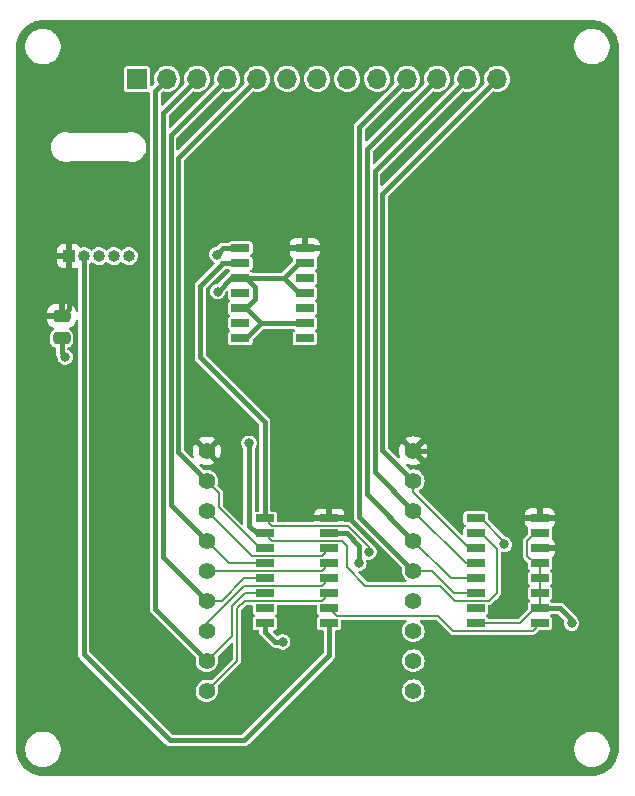
<source format=gbr>
%TF.GenerationSoftware,KiCad,Pcbnew,(6.0.5)*%
%TF.CreationDate,2022-08-15T12:20:03+02:00*%
%TF.ProjectId,Keypad,4b657970-6164-42e6-9b69-6361645f7063,rev?*%
%TF.SameCoordinates,Original*%
%TF.FileFunction,Copper,L1,Top*%
%TF.FilePolarity,Positive*%
%FSLAX46Y46*%
G04 Gerber Fmt 4.6, Leading zero omitted, Abs format (unit mm)*
G04 Created by KiCad (PCBNEW (6.0.5)) date 2022-08-15 12:20:03*
%MOMM*%
%LPD*%
G01*
G04 APERTURE LIST*
G04 Aperture macros list*
%AMRoundRect*
0 Rectangle with rounded corners*
0 $1 Rounding radius*
0 $2 $3 $4 $5 $6 $7 $8 $9 X,Y pos of 4 corners*
0 Add a 4 corners polygon primitive as box body*
4,1,4,$2,$3,$4,$5,$6,$7,$8,$9,$2,$3,0*
0 Add four circle primitives for the rounded corners*
1,1,$1+$1,$2,$3*
1,1,$1+$1,$4,$5*
1,1,$1+$1,$6,$7*
1,1,$1+$1,$8,$9*
0 Add four rect primitives between the rounded corners*
20,1,$1+$1,$2,$3,$4,$5,0*
20,1,$1+$1,$4,$5,$6,$7,0*
20,1,$1+$1,$6,$7,$8,$9,0*
20,1,$1+$1,$8,$9,$2,$3,0*%
G04 Aperture macros list end*
%TA.AperFunction,ComponentPad*%
%ADD10R,1.000000X1.000000*%
%TD*%
%TA.AperFunction,ComponentPad*%
%ADD11O,1.000000X1.000000*%
%TD*%
%TA.AperFunction,SMDPad,CuDef*%
%ADD12R,1.550000X0.650000*%
%TD*%
%TA.AperFunction,ComponentPad*%
%ADD13C,1.400000*%
%TD*%
%TA.AperFunction,ComponentPad*%
%ADD14R,1.700000X1.700000*%
%TD*%
%TA.AperFunction,ComponentPad*%
%ADD15O,1.700000X1.700000*%
%TD*%
%TA.AperFunction,SMDPad,CuDef*%
%ADD16RoundRect,0.250000X-0.475000X0.250000X-0.475000X-0.250000X0.475000X-0.250000X0.475000X0.250000X0*%
%TD*%
%TA.AperFunction,ViaPad*%
%ADD17C,0.800000*%
%TD*%
%TA.AperFunction,Conductor*%
%ADD18C,0.450000*%
%TD*%
%TA.AperFunction,Conductor*%
%ADD19C,0.200000*%
%TD*%
G04 APERTURE END LIST*
D10*
%TO.P,J2,1,Pin_1*%
%TO.N,5V*%
X144450000Y-101000000D03*
D11*
%TO.P,J2,2,Pin_2*%
%TO.N,/Serial Data Out*%
X145720000Y-101000000D03*
%TO.P,J2,3,Pin_3*%
%TO.N,GND*%
X146990000Y-101000000D03*
%TO.P,J2,4,Pin_4*%
%TO.N,/Clock*%
X148260000Y-101000000D03*
%TO.P,J2,5,Pin_5*%
%TO.N,/Data Latch*%
X149530000Y-101000000D03*
%TD*%
D12*
%TO.P,IC1,1,1A*%
%TO.N,/Data Latch*%
X158975000Y-100330000D03*
%TO.P,IC1,2,1Y*%
%TO.N,/~{Data Latch}*%
X158975000Y-101600000D03*
%TO.P,IC1,3,2A*%
%TO.N,GND*%
X158975000Y-102870000D03*
%TO.P,IC1,4,2Y*%
%TO.N,unconnected-(IC1-Pad4)*%
X158975000Y-104140000D03*
%TO.P,IC1,5,3A*%
%TO.N,GND*%
X158975000Y-105410000D03*
%TO.P,IC1,6,3Y*%
%TO.N,unconnected-(IC1-Pad6)*%
X158975000Y-106680000D03*
%TO.P,IC1,7,GND*%
%TO.N,GND*%
X158975000Y-107950000D03*
%TO.P,IC1,8,4Y*%
%TO.N,unconnected-(IC1-Pad8)*%
X164425000Y-107950000D03*
%TO.P,IC1,9,4A*%
%TO.N,GND*%
X164425000Y-106680000D03*
%TO.P,IC1,10,5Y*%
%TO.N,unconnected-(IC1-Pad10)*%
X164425000Y-105410000D03*
%TO.P,IC1,11,5A*%
%TO.N,GND*%
X164425000Y-104140000D03*
%TO.P,IC1,12,6Y*%
%TO.N,unconnected-(IC1-Pad12)*%
X164425000Y-102870000D03*
%TO.P,IC1,13,6A*%
%TO.N,GND*%
X164425000Y-101600000D03*
%TO.P,IC1,14,5V*%
%TO.N,5V*%
X164425000Y-100330000D03*
%TD*%
%TO.P,IC3,1,~{PL}*%
%TO.N,/~{Data Latch}*%
X178885000Y-123190000D03*
%TO.P,IC3,2,CP*%
%TO.N,/Clock*%
X178885000Y-124460000D03*
%TO.P,IC3,3,D4*%
%TO.N,/Three*%
X178885000Y-125730000D03*
%TO.P,IC3,4,D5*%
%TO.N,/Six*%
X178885000Y-127000000D03*
%TO.P,IC3,5,D6*%
%TO.N,/Nine*%
X178885000Y-128270000D03*
%TO.P,IC3,6,D7*%
%TO.N,/Hash*%
X178885000Y-129540000D03*
%TO.P,IC3,7,~{Q7}*%
%TO.N,unconnected-(IC3-Pad7)*%
X178885000Y-130810000D03*
%TO.P,IC3,8,GND*%
%TO.N,GND*%
X178885000Y-132080000D03*
%TO.P,IC3,9,Q7*%
%TO.N,Net-(IC2-Pad10)*%
X184335000Y-132080000D03*
%TO.P,IC3,10,DS*%
%TO.N,GND*%
X184335000Y-130810000D03*
%TO.P,IC3,11,D0*%
X184335000Y-129540000D03*
%TO.P,IC3,12,D1*%
X184335000Y-128270000D03*
%TO.P,IC3,13,D2*%
X184335000Y-127000000D03*
%TO.P,IC3,14,D3*%
%TO.N,5V*%
X184335000Y-125730000D03*
%TO.P,IC3,15,~{CE}*%
%TO.N,GND*%
X184335000Y-124460000D03*
%TO.P,IC3,16,VCC*%
%TO.N,5V*%
X184335000Y-123190000D03*
%TD*%
D13*
%TO.P,RN2,1,PC*%
%TO.N,5V*%
X173620000Y-117475000D03*
%TO.P,RN2,2,R1*%
%TO.N,/Three*%
X173620000Y-120015000D03*
%TO.P,RN2,3,R2*%
%TO.N,/Six*%
X173620000Y-122555000D03*
%TO.P,RN2,4,R3*%
%TO.N,/Nine*%
X173620000Y-125095000D03*
%TO.P,RN2,5,R4*%
%TO.N,/Hash*%
X173620000Y-127635000D03*
%TO.P,RN2,6,R5*%
%TO.N,unconnected-(RN2-Pad6)*%
X173620000Y-130175000D03*
%TO.P,RN2,7,R6*%
%TO.N,unconnected-(RN2-Pad7)*%
X173620000Y-132715000D03*
%TO.P,RN2,8,R7*%
%TO.N,unconnected-(RN2-Pad8)*%
X173620000Y-135255000D03*
%TO.P,RN2,9,R8*%
%TO.N,unconnected-(RN2-Pad9)*%
X173620000Y-137795000D03*
%TD*%
D14*
%TO.P,J1,1,Pin_1*%
%TO.N,GND*%
X150220000Y-86000000D03*
D15*
%TO.P,J1,2,Pin_2*%
%TO.N,/Star*%
X152760000Y-86000000D03*
%TO.P,J1,3,Pin_3*%
%TO.N,/Seven*%
X155300000Y-86000000D03*
%TO.P,J1,4,Pin_4*%
%TO.N,/Four*%
X157840000Y-86000000D03*
%TO.P,J1,5,Pin_5*%
%TO.N,/One*%
X160380000Y-86000000D03*
%TO.P,J1,6,Pin_6*%
%TO.N,/Zero*%
X162920000Y-86000000D03*
%TO.P,J1,7,Pin_7*%
%TO.N,/Eight*%
X165460000Y-86000000D03*
%TO.P,J1,8,Pin_8*%
%TO.N,/Five*%
X168000000Y-86000000D03*
%TO.P,J1,9,Pin_9*%
%TO.N,/Two*%
X170540000Y-86000000D03*
%TO.P,J1,10,Pin_10*%
%TO.N,/Hash*%
X173080000Y-86000000D03*
%TO.P,J1,11,Pin_11*%
%TO.N,/Nine*%
X175620000Y-86000000D03*
%TO.P,J1,12,Pin_12*%
%TO.N,/Six*%
X178160000Y-86000000D03*
%TO.P,J1,13,Pin_13*%
%TO.N,/Three*%
X180700000Y-86000000D03*
%TD*%
D12*
%TO.P,IC2,1,~{PL}*%
%TO.N,/~{Data Latch}*%
X161037014Y-123200489D03*
%TO.P,IC2,2,CP*%
%TO.N,/Clock*%
X161037014Y-124470489D03*
%TO.P,IC2,3,D4*%
%TO.N,/One*%
X161037014Y-125740489D03*
%TO.P,IC2,4,D5*%
%TO.N,/Four*%
X161037014Y-127010489D03*
%TO.P,IC2,5,D6*%
%TO.N,/Seven*%
X161037014Y-128280489D03*
%TO.P,IC2,6,D7*%
%TO.N,/Star*%
X161037014Y-129550489D03*
%TO.P,IC2,7,~{Q7}*%
%TO.N,unconnected-(IC2-Pad7)*%
X161037014Y-130820489D03*
%TO.P,IC2,8,GND*%
%TO.N,GND*%
X161037014Y-132090489D03*
%TO.P,IC2,9,Q7*%
%TO.N,/Serial Data Out*%
X166487014Y-132090489D03*
%TO.P,IC2,10,DS*%
%TO.N,Net-(IC2-Pad10)*%
X166487014Y-130820489D03*
%TO.P,IC2,11,D0*%
%TO.N,/Two*%
X166487014Y-129550489D03*
%TO.P,IC2,12,D1*%
%TO.N,/Five*%
X166487014Y-128280489D03*
%TO.P,IC2,13,D2*%
%TO.N,/Eight*%
X166487014Y-127010489D03*
%TO.P,IC2,14,D3*%
%TO.N,/Zero*%
X166487014Y-125740489D03*
%TO.P,IC2,15,~{CE}*%
%TO.N,GND*%
X166487014Y-124470489D03*
%TO.P,IC2,16,VCC*%
%TO.N,5V*%
X166487014Y-123200489D03*
%TD*%
D16*
%TO.P,C1,1*%
%TO.N,5V*%
X143827500Y-106063500D03*
%TO.P,C1,2*%
%TO.N,GND*%
X143827500Y-107963500D03*
%TD*%
D13*
%TO.P,RN1,1,PC*%
%TO.N,5V*%
X156142014Y-117485489D03*
%TO.P,RN1,2,R1*%
%TO.N,/One*%
X156142014Y-120025489D03*
%TO.P,RN1,3,R2*%
%TO.N,/Zero*%
X156142014Y-122565489D03*
%TO.P,RN1,4,R3*%
%TO.N,/Four*%
X156142014Y-125105489D03*
%TO.P,RN1,5,R4*%
%TO.N,/Eight*%
X156142014Y-127645489D03*
%TO.P,RN1,6,R5*%
%TO.N,/Seven*%
X156142014Y-130185489D03*
%TO.P,RN1,7,R6*%
%TO.N,/Five*%
X156142014Y-132725489D03*
%TO.P,RN1,8,R7*%
%TO.N,/Star*%
X156142014Y-135265489D03*
%TO.P,RN1,9,R8*%
%TO.N,/Two*%
X156142014Y-137805489D03*
%TD*%
D17*
%TO.N,5V*%
X157797500Y-96202500D03*
X148907500Y-96202500D03*
%TO.N,GND*%
X162560000Y-133667500D03*
X187007500Y-132080000D03*
X169000000Y-127000000D03*
X157045000Y-104000000D03*
X144145000Y-109537500D03*
%TO.N,/Data Latch*%
X156960684Y-100858520D03*
%TO.N,/Clock*%
X159702500Y-116840000D03*
%TO.N,/~{Data Latch}*%
X169862500Y-126047500D03*
X181310872Y-125394128D03*
%TD*%
D18*
%TO.N,/Four*%
X153064022Y-90775978D02*
X153064022Y-122027497D01*
D19*
X156142014Y-125105489D02*
X158047014Y-127010489D01*
D18*
X157840000Y-86000000D02*
X153064022Y-90775978D01*
D19*
X158047014Y-127010489D02*
X161037014Y-127010489D01*
D18*
X153064022Y-122027497D02*
X156142014Y-125105489D01*
%TO.N,/Three*%
X171000000Y-117395000D02*
X173620000Y-120015000D01*
D19*
X173620000Y-120015000D02*
X173620000Y-121004949D01*
D18*
X171000000Y-95700000D02*
X171000000Y-117395000D01*
X180700000Y-86000000D02*
X171000000Y-95700000D01*
D19*
X173620000Y-121004949D02*
X178345051Y-125730000D01*
%TO.N,/Two*%
X165862503Y-130175000D02*
X166487014Y-129550489D01*
X158682014Y-130820489D02*
X159327503Y-130175000D01*
X159327503Y-130175000D02*
X165862503Y-130175000D01*
X156142014Y-137805489D02*
X158682014Y-135265489D01*
X158682014Y-135265489D02*
X158682014Y-130820489D01*
%TO.N,/One*%
X157141525Y-122274022D02*
X160607992Y-125740489D01*
D18*
X153713533Y-92666467D02*
X153713533Y-117597008D01*
D19*
X156142014Y-120025489D02*
X157141525Y-121025000D01*
D18*
X160380000Y-86000000D02*
X153713533Y-92666467D01*
D19*
X157141525Y-121025000D02*
X157141525Y-122274022D01*
D18*
X153713533Y-117597008D02*
X156142014Y-120025489D01*
D19*
%TO.N,/Eight*%
X165852014Y-127645489D02*
X166487014Y-127010489D01*
X156142014Y-127645489D02*
X165852014Y-127645489D01*
D18*
%TO.N,/Seven*%
X155300000Y-86000000D02*
X152414511Y-88885489D01*
D19*
X156142014Y-130185489D02*
X157412014Y-130185489D01*
D18*
X152414511Y-126457986D02*
X156142014Y-130185489D01*
X152414511Y-88885489D02*
X152414511Y-126457986D01*
D19*
X157412014Y-130185489D02*
X159317014Y-128280489D01*
X159317014Y-128280489D02*
X161037014Y-128280489D01*
D18*
%TO.N,/Six*%
X170350489Y-119285489D02*
X173620000Y-122555000D01*
X178160000Y-86000000D02*
X170350489Y-93809511D01*
X170350489Y-93809511D02*
X170350489Y-119285489D01*
D19*
X173620000Y-122555000D02*
X178065000Y-127000000D01*
X178065000Y-127000000D02*
X178885000Y-127000000D01*
%TO.N,/Five*%
X156142014Y-132020483D02*
X159257497Y-128905000D01*
X165862503Y-128905000D02*
X166487014Y-128280489D01*
X156142014Y-132725489D02*
X156142014Y-132020483D01*
X159257497Y-128905000D02*
X165862503Y-128905000D01*
%TO.N,/Hash*%
X177094994Y-129540000D02*
X178885000Y-129540000D01*
X175189994Y-127635000D02*
X177094994Y-129540000D01*
D18*
X169051467Y-123066467D02*
X173620000Y-127635000D01*
X169051467Y-90028533D02*
X169051467Y-123066467D01*
D19*
X173620000Y-127635000D02*
X175189994Y-127635000D01*
D18*
X173080000Y-86000000D02*
X169051467Y-90028533D01*
%TO.N,/Star*%
X151765000Y-130888475D02*
X156142014Y-135265489D01*
X152760000Y-86000000D02*
X151765000Y-86995000D01*
X151765000Y-86995000D02*
X151765000Y-130888475D01*
D19*
X156142014Y-135265489D02*
X158282503Y-133125000D01*
X159387020Y-129550489D02*
X161037014Y-129550489D01*
X158282504Y-130655005D02*
X159387020Y-129550489D01*
X158282503Y-133125000D02*
X158282504Y-130655005D01*
%TO.N,/Zero*%
X156142014Y-122565489D02*
X159952014Y-126375489D01*
X159952014Y-126375489D02*
X165852014Y-126375489D01*
X165852014Y-126375489D02*
X166487014Y-125740489D01*
D18*
%TO.N,/Nine*%
X169700978Y-91919022D02*
X169700978Y-121175978D01*
D19*
X173620000Y-125095000D02*
X176795000Y-128270000D01*
D18*
X169700978Y-121175978D02*
X173620000Y-125095000D01*
X175620000Y-86000000D02*
X169700978Y-91919022D01*
D19*
X176795000Y-128270000D02*
X178885000Y-128270000D01*
D18*
%TO.N,5V*%
X144450000Y-105441000D02*
X144450000Y-101000000D01*
X173620000Y-117475000D02*
X179387500Y-117475000D01*
X164425000Y-98067500D02*
X164425000Y-100330000D01*
X145097500Y-96202500D02*
X148907500Y-96202500D01*
X162560000Y-96202500D02*
X164425000Y-98067500D01*
X143827500Y-106063500D02*
X144450000Y-105441000D01*
X144450000Y-97821000D02*
X144481000Y-97790000D01*
X179387500Y-117475000D02*
X184335000Y-122422500D01*
X144481000Y-97790000D02*
X144481000Y-96819000D01*
X184335000Y-122422500D02*
X184335000Y-123190000D01*
X144481000Y-96819000D02*
X145097500Y-96202500D01*
X144450000Y-101000000D02*
X144450000Y-97821000D01*
X157797500Y-96202500D02*
X162560000Y-96202500D01*
D19*
%TO.N,GND*%
X184335000Y-128270000D02*
X184335000Y-129540000D01*
D18*
X184335000Y-130810000D02*
X186055000Y-130810000D01*
D19*
X184335000Y-129540000D02*
X184335000Y-130810000D01*
D18*
X162560000Y-133667500D02*
X161925000Y-133667500D01*
D19*
X182615000Y-132080000D02*
X178885000Y-132080000D01*
X183885000Y-124460000D02*
X183260489Y-125084511D01*
D18*
X158175000Y-102870000D02*
X157045000Y-104000000D01*
X160695000Y-106680000D02*
X164425000Y-106680000D01*
X167967989Y-124470489D02*
X169000000Y-125502500D01*
X161925000Y-133667500D02*
X161037014Y-132779514D01*
X162705000Y-102870000D02*
X158975000Y-102870000D01*
X163975000Y-104140000D02*
X162705000Y-102870000D01*
X187007500Y-131762500D02*
X187007500Y-132080000D01*
X159425000Y-105410000D02*
X160695000Y-106680000D01*
X163975000Y-101600000D02*
X162705000Y-102870000D01*
X166487014Y-124470489D02*
X167967989Y-124470489D01*
X161037014Y-132779514D02*
X161037014Y-132090489D01*
X143827500Y-107963500D02*
X143827500Y-109220000D01*
X159425000Y-102870000D02*
X160200000Y-103645000D01*
D19*
X184335000Y-127000000D02*
X184335000Y-128270000D01*
D18*
X186055000Y-130810000D02*
X187007500Y-131762500D01*
X160200000Y-104635000D02*
X159425000Y-105410000D01*
X160200000Y-103645000D02*
X160200000Y-104635000D01*
X169000000Y-125502500D02*
X169000000Y-127000000D01*
X158975000Y-102870000D02*
X158175000Y-102870000D01*
D19*
X183885000Y-130810000D02*
X182615000Y-132080000D01*
D18*
X160695000Y-106680000D02*
X159425000Y-107950000D01*
D19*
X183260489Y-125084511D02*
X183260489Y-126375489D01*
D18*
X143827500Y-109220000D02*
X144145000Y-109537500D01*
D19*
X183260489Y-126375489D02*
X183885000Y-127000000D01*
D18*
%TO.N,/Data Latch*%
X157489204Y-100330000D02*
X156960684Y-100858520D01*
X158975000Y-100330000D02*
X157489204Y-100330000D01*
D19*
%TO.N,/Clock*%
X177154511Y-130164511D02*
X180032989Y-130164511D01*
D18*
X159702500Y-116840000D02*
X159702500Y-123814997D01*
X159702500Y-123814997D02*
X160357992Y-124470489D01*
D19*
X180657500Y-129540000D02*
X180657500Y-125803478D01*
X167540547Y-125095000D02*
X167957500Y-125511953D01*
X180032989Y-130164511D02*
X180657500Y-129540000D01*
X161661525Y-125095000D02*
X167540547Y-125095000D01*
X180657500Y-125803478D02*
X179314022Y-124460000D01*
X167957500Y-125511953D02*
X167957500Y-127317500D01*
X167957500Y-127317500D02*
X169545000Y-128905000D01*
X175895000Y-128905000D02*
X177154511Y-130164511D01*
X161037014Y-124470489D02*
X161661525Y-125095000D01*
D18*
X160357992Y-124470489D02*
X161037014Y-124470489D01*
D19*
X169545000Y-128905000D02*
X175895000Y-128905000D01*
D18*
%TO.N,/Serial Data Out*%
X153000000Y-142000000D02*
X159288752Y-142000000D01*
X145720000Y-134720000D02*
X153000000Y-142000000D01*
X166487014Y-134801738D02*
X166487014Y-132090489D01*
X159288752Y-142000000D02*
X166487014Y-134801738D01*
X145720000Y-101000000D02*
X145720000Y-134720000D01*
D19*
%TO.N,Net-(IC2-Pad10)*%
X176989022Y-132704511D02*
X175729511Y-131445000D01*
X183710489Y-132704511D02*
X176989022Y-132704511D01*
X167111525Y-131445000D02*
X166487014Y-130820489D01*
X184335000Y-132080000D02*
X183710489Y-132704511D01*
X175729511Y-131445000D02*
X167111525Y-131445000D01*
D18*
%TO.N,/~{Data Latch}*%
X158975000Y-101600000D02*
X157445000Y-101600000D01*
D19*
X179335000Y-123190000D02*
X181310872Y-125165872D01*
D18*
X155575000Y-103505000D02*
X155575000Y-109575000D01*
X157480000Y-101600000D02*
X155575000Y-103505000D01*
D19*
X161661525Y-123825000D02*
X161037014Y-123200489D01*
D18*
X161037014Y-115037014D02*
X161037014Y-123200489D01*
D19*
X181310872Y-125165872D02*
X181310872Y-125394128D01*
X169862500Y-126047500D02*
X169862500Y-125623230D01*
X169862500Y-125623230D02*
X168064270Y-123825000D01*
D18*
X155575000Y-109575000D02*
X161037014Y-115037014D01*
D19*
X168064270Y-123825000D02*
X161661525Y-123825000D01*
%TD*%
%TA.AperFunction,Conductor*%
%TO.N,5V*%
G36*
X188961814Y-81000971D02*
G01*
X188970054Y-81003646D01*
X188979771Y-81002878D01*
X188985933Y-81003606D01*
X189001851Y-81004398D01*
X189241611Y-81047590D01*
X189253284Y-81050434D01*
X189510602Y-81129937D01*
X189521845Y-81134174D01*
X189767638Y-81244263D01*
X189778284Y-81249830D01*
X190008932Y-81388882D01*
X190018826Y-81395698D01*
X190230929Y-81561664D01*
X190239925Y-81569628D01*
X190430372Y-81760075D01*
X190438336Y-81769071D01*
X190481077Y-81823693D01*
X190560569Y-81925283D01*
X190604302Y-81981174D01*
X190611117Y-81991066D01*
X190749389Y-82220420D01*
X190750170Y-82221716D01*
X190755737Y-82232362D01*
X190865826Y-82478155D01*
X190870063Y-82489398D01*
X190949566Y-82746716D01*
X190952410Y-82758389D01*
X190995602Y-82998149D01*
X190996394Y-83014067D01*
X190997122Y-83020229D01*
X190996354Y-83029946D01*
X190999029Y-83038186D01*
X190999500Y-83046197D01*
X190999500Y-142953803D01*
X190999029Y-142961814D01*
X190996354Y-142970054D01*
X190997122Y-142979771D01*
X190996394Y-142985933D01*
X190995602Y-143001851D01*
X190952410Y-143241611D01*
X190949566Y-143253284D01*
X190870063Y-143510602D01*
X190865826Y-143521845D01*
X190755737Y-143767638D01*
X190750171Y-143778281D01*
X190611118Y-144008932D01*
X190604303Y-144018824D01*
X190558838Y-144076928D01*
X190438336Y-144230929D01*
X190430372Y-144239925D01*
X190239925Y-144430372D01*
X190230929Y-144438336D01*
X190018826Y-144604302D01*
X190008932Y-144611118D01*
X189778284Y-144750170D01*
X189767638Y-144755737D01*
X189521845Y-144865826D01*
X189510602Y-144870063D01*
X189253284Y-144949566D01*
X189241611Y-144952410D01*
X189001851Y-144995602D01*
X188985933Y-144996394D01*
X188979771Y-144997122D01*
X188970054Y-144996354D01*
X188961814Y-144999029D01*
X188953803Y-144999500D01*
X142046197Y-144999500D01*
X142038186Y-144999029D01*
X142029946Y-144996354D01*
X142020229Y-144997122D01*
X142014067Y-144996394D01*
X141998149Y-144995602D01*
X141758389Y-144952410D01*
X141746716Y-144949566D01*
X141489398Y-144870063D01*
X141478155Y-144865826D01*
X141232362Y-144755737D01*
X141221716Y-144750170D01*
X140991068Y-144611118D01*
X140981174Y-144604302D01*
X140769071Y-144438336D01*
X140760075Y-144430372D01*
X140569628Y-144239925D01*
X140561664Y-144230929D01*
X140441162Y-144076928D01*
X140395697Y-144018824D01*
X140388882Y-144008932D01*
X140249829Y-143778281D01*
X140244263Y-143767638D01*
X140134174Y-143521845D01*
X140129937Y-143510602D01*
X140050434Y-143253284D01*
X140047590Y-143241611D01*
X140004398Y-143001851D01*
X140003606Y-142985933D01*
X140002878Y-142979771D01*
X140003646Y-142970054D01*
X140000971Y-142961814D01*
X140000500Y-142953803D01*
X140000500Y-142855028D01*
X140748025Y-142855028D01*
X140785347Y-143098930D01*
X140786611Y-143102796D01*
X140835798Y-143253284D01*
X140862003Y-143333460D01*
X140975935Y-143552321D01*
X140978370Y-143555564D01*
X140978373Y-143555569D01*
X141042446Y-143640906D01*
X141124083Y-143749636D01*
X141127018Y-143752441D01*
X141127020Y-143752443D01*
X141195767Y-143818139D01*
X141302468Y-143920104D01*
X141305828Y-143922396D01*
X141440242Y-144014087D01*
X141506300Y-144059149D01*
X141509980Y-144060857D01*
X141509985Y-144060860D01*
X141610771Y-144107643D01*
X141730104Y-144163035D01*
X141734020Y-144164121D01*
X141963947Y-144227886D01*
X141963950Y-144227887D01*
X141967871Y-144228974D01*
X141971919Y-144229407D01*
X141971921Y-144229407D01*
X142045053Y-144237222D01*
X142169292Y-144250500D01*
X142312554Y-144250500D01*
X142314583Y-144250333D01*
X142314587Y-144250333D01*
X142491864Y-144235758D01*
X142491867Y-144235757D01*
X142495911Y-144235425D01*
X142499845Y-144234437D01*
X142499850Y-144234436D01*
X142665669Y-144192785D01*
X142735217Y-144175316D01*
X142961493Y-144076928D01*
X143168661Y-143942905D01*
X143351158Y-143776846D01*
X143354093Y-143773130D01*
X143501565Y-143586398D01*
X143501569Y-143586392D01*
X143504082Y-143583210D01*
X143623327Y-143367198D01*
X143633184Y-143339363D01*
X143704333Y-143138446D01*
X143704334Y-143138442D01*
X143705691Y-143134610D01*
X143748961Y-142891694D01*
X143749409Y-142855028D01*
X187248025Y-142855028D01*
X187285347Y-143098930D01*
X187286611Y-143102796D01*
X187335798Y-143253284D01*
X187362003Y-143333460D01*
X187475935Y-143552321D01*
X187478370Y-143555564D01*
X187478373Y-143555569D01*
X187542446Y-143640906D01*
X187624083Y-143749636D01*
X187627018Y-143752441D01*
X187627020Y-143752443D01*
X187695767Y-143818139D01*
X187802468Y-143920104D01*
X187805828Y-143922396D01*
X187940242Y-144014087D01*
X188006300Y-144059149D01*
X188009980Y-144060857D01*
X188009985Y-144060860D01*
X188110771Y-144107643D01*
X188230104Y-144163035D01*
X188234020Y-144164121D01*
X188463947Y-144227886D01*
X188463950Y-144227887D01*
X188467871Y-144228974D01*
X188471919Y-144229407D01*
X188471921Y-144229407D01*
X188545053Y-144237222D01*
X188669292Y-144250500D01*
X188812554Y-144250500D01*
X188814583Y-144250333D01*
X188814587Y-144250333D01*
X188991864Y-144235758D01*
X188991867Y-144235757D01*
X188995911Y-144235425D01*
X188999845Y-144234437D01*
X188999850Y-144234436D01*
X189165669Y-144192785D01*
X189235217Y-144175316D01*
X189461493Y-144076928D01*
X189668661Y-143942905D01*
X189851158Y-143776846D01*
X189854093Y-143773130D01*
X190001565Y-143586398D01*
X190001569Y-143586392D01*
X190004082Y-143583210D01*
X190123327Y-143367198D01*
X190133184Y-143339363D01*
X190204333Y-143138446D01*
X190204334Y-143138442D01*
X190205691Y-143134610D01*
X190248961Y-142891694D01*
X190251975Y-142644972D01*
X190214653Y-142401070D01*
X190137997Y-142166540D01*
X190024065Y-141947679D01*
X190021630Y-141944436D01*
X190021627Y-141944431D01*
X189878354Y-141753610D01*
X189875917Y-141750364D01*
X189850781Y-141726343D01*
X189804233Y-141681861D01*
X189697532Y-141579896D01*
X189493700Y-141440851D01*
X189490020Y-141439143D01*
X189490015Y-141439140D01*
X189389229Y-141392357D01*
X189269896Y-141336965D01*
X189231461Y-141326306D01*
X189036053Y-141272114D01*
X189036050Y-141272113D01*
X189032129Y-141271026D01*
X189028081Y-141270593D01*
X189028079Y-141270593D01*
X188954947Y-141262778D01*
X188830708Y-141249500D01*
X188687446Y-141249500D01*
X188685417Y-141249667D01*
X188685413Y-141249667D01*
X188508136Y-141264242D01*
X188508133Y-141264243D01*
X188504089Y-141264575D01*
X188500155Y-141265563D01*
X188500150Y-141265564D01*
X188334331Y-141307215D01*
X188264783Y-141324684D01*
X188038507Y-141423072D01*
X187831339Y-141557095D01*
X187648842Y-141723154D01*
X187646326Y-141726340D01*
X187646323Y-141726343D01*
X187498435Y-141913602D01*
X187498431Y-141913608D01*
X187495918Y-141916790D01*
X187376673Y-142132802D01*
X187375316Y-142136633D01*
X187375315Y-142136636D01*
X187296316Y-142359723D01*
X187294309Y-142365390D01*
X187251039Y-142608306D01*
X187248025Y-142855028D01*
X143749409Y-142855028D01*
X143751975Y-142644972D01*
X143714653Y-142401070D01*
X143637997Y-142166540D01*
X143524065Y-141947679D01*
X143521630Y-141944436D01*
X143521627Y-141944431D01*
X143378354Y-141753610D01*
X143375917Y-141750364D01*
X143350781Y-141726343D01*
X143304233Y-141681861D01*
X143197532Y-141579896D01*
X142993700Y-141440851D01*
X142990020Y-141439143D01*
X142990015Y-141439140D01*
X142889229Y-141392357D01*
X142769896Y-141336965D01*
X142731461Y-141326306D01*
X142536053Y-141272114D01*
X142536050Y-141272113D01*
X142532129Y-141271026D01*
X142528081Y-141270593D01*
X142528079Y-141270593D01*
X142454947Y-141262778D01*
X142330708Y-141249500D01*
X142187446Y-141249500D01*
X142185417Y-141249667D01*
X142185413Y-141249667D01*
X142008136Y-141264242D01*
X142008133Y-141264243D01*
X142004089Y-141264575D01*
X142000155Y-141265563D01*
X142000150Y-141265564D01*
X141834331Y-141307215D01*
X141764783Y-141324684D01*
X141538507Y-141423072D01*
X141331339Y-141557095D01*
X141148842Y-141723154D01*
X141146326Y-141726340D01*
X141146323Y-141726343D01*
X140998435Y-141913602D01*
X140998431Y-141913608D01*
X140995918Y-141916790D01*
X140876673Y-142132802D01*
X140875316Y-142136633D01*
X140875315Y-142136636D01*
X140796316Y-142359723D01*
X140794309Y-142365390D01*
X140751039Y-142608306D01*
X140748025Y-142855028D01*
X140000500Y-142855028D01*
X140000500Y-106361292D01*
X142594501Y-106361292D01*
X142594767Y-106366422D01*
X142604909Y-106464173D01*
X142607182Y-106474700D01*
X142659586Y-106631777D01*
X142664433Y-106642124D01*
X142751391Y-106782645D01*
X142758487Y-106791598D01*
X142875439Y-106908347D01*
X142884404Y-106915427D01*
X143025080Y-107002141D01*
X143035432Y-107006968D01*
X143180966Y-107055240D01*
X143230245Y-107091506D01*
X143248796Y-107149811D01*
X143229534Y-107207885D01*
X143184549Y-107241906D01*
X143165253Y-107249139D01*
X143116285Y-107267496D01*
X143116282Y-107267497D01*
X143109676Y-107269974D01*
X142994954Y-107355954D01*
X142908974Y-107470676D01*
X142858649Y-107604920D01*
X142852000Y-107666123D01*
X142852001Y-108260876D01*
X142852290Y-108263535D01*
X142852290Y-108263538D01*
X142856733Y-108304437D01*
X142858649Y-108322080D01*
X142860830Y-108327897D01*
X142905663Y-108447491D01*
X142908974Y-108456324D01*
X142994954Y-108571046D01*
X143109676Y-108657026D01*
X143116282Y-108659503D01*
X143116285Y-108659504D01*
X143168183Y-108678959D01*
X143243920Y-108707351D01*
X143263649Y-108709494D01*
X143263692Y-108709499D01*
X143319501Y-108734581D01*
X143349908Y-108787675D01*
X143352000Y-108807920D01*
X143352000Y-109155643D01*
X143350669Y-109167555D01*
X143350780Y-109167564D01*
X143350214Y-109174594D01*
X143348658Y-109181473D01*
X143349095Y-109188511D01*
X143351810Y-109232278D01*
X143352000Y-109238408D01*
X143352000Y-109254145D01*
X143352500Y-109257636D01*
X143353494Y-109264575D01*
X143354304Y-109272477D01*
X143357092Y-109317417D01*
X143359488Y-109324055D01*
X143359489Y-109324059D01*
X143360228Y-109326108D01*
X143365109Y-109345682D01*
X143366419Y-109354829D01*
X143385062Y-109395833D01*
X143388049Y-109403172D01*
X143403341Y-109445530D01*
X143408789Y-109452987D01*
X143418970Y-109470410D01*
X143419875Y-109472401D01*
X143419877Y-109472404D01*
X143422794Y-109478820D01*
X143452198Y-109512945D01*
X143457116Y-109519139D01*
X143465077Y-109530035D01*
X143468163Y-109533121D01*
X143468234Y-109533268D01*
X143470273Y-109535650D01*
X143469638Y-109536193D01*
X143496561Y-109592261D01*
X143499577Y-109619575D01*
X143507035Y-109687133D01*
X143512786Y-109702849D01*
X143558366Y-109827401D01*
X143561143Y-109834990D01*
X143564472Y-109839944D01*
X143645629Y-109960719D01*
X143645632Y-109960723D01*
X143648958Y-109965672D01*
X143653369Y-109969686D01*
X143653371Y-109969688D01*
X143665849Y-109981042D01*
X143765410Y-110071635D01*
X143786885Y-110083295D01*
X143898530Y-110143914D01*
X143898532Y-110143915D01*
X143903776Y-110146762D01*
X143983534Y-110167686D01*
X144050300Y-110185202D01*
X144050304Y-110185202D01*
X144056069Y-110186715D01*
X144062030Y-110186809D01*
X144062033Y-110186809D01*
X144134782Y-110187952D01*
X144213495Y-110189188D01*
X144230899Y-110185202D01*
X144361149Y-110155371D01*
X144361151Y-110155370D01*
X144366968Y-110154038D01*
X144372299Y-110151357D01*
X144502299Y-110085974D01*
X144502301Y-110085973D01*
X144507625Y-110083295D01*
X144521277Y-110071635D01*
X144622810Y-109984918D01*
X144622811Y-109984917D01*
X144627348Y-109981042D01*
X144719224Y-109853183D01*
X144729589Y-109827401D01*
X144775726Y-109712631D01*
X144775727Y-109712629D01*
X144777950Y-109707098D01*
X144779994Y-109692740D01*
X144799678Y-109554429D01*
X144799678Y-109554425D01*
X144800134Y-109551223D01*
X144800278Y-109537500D01*
X144789837Y-109451223D01*
X144782080Y-109387116D01*
X144782079Y-109387113D01*
X144781363Y-109381194D01*
X144770529Y-109352521D01*
X144727820Y-109239496D01*
X144725710Y-109233912D01*
X144636531Y-109104157D01*
X144632078Y-109100190D01*
X144632075Y-109100186D01*
X144564557Y-109040031D01*
X144518976Y-108999419D01*
X144379831Y-108925745D01*
X144374047Y-108924292D01*
X144368469Y-108922151D01*
X144369336Y-108919891D01*
X144326060Y-108892753D01*
X144303230Y-108835986D01*
X144303000Y-108829238D01*
X144303000Y-108807920D01*
X144321907Y-108749729D01*
X144371407Y-108713765D01*
X144391307Y-108709499D01*
X144404906Y-108708022D01*
X144404909Y-108708021D01*
X144411080Y-108707351D01*
X144470178Y-108685197D01*
X144538715Y-108659504D01*
X144538718Y-108659503D01*
X144545324Y-108657026D01*
X144660046Y-108571046D01*
X144746026Y-108456324D01*
X144749338Y-108447491D01*
X144767959Y-108397817D01*
X144796351Y-108322080D01*
X144803000Y-108260877D01*
X144802999Y-107666124D01*
X144796351Y-107604920D01*
X144746026Y-107470676D01*
X144660046Y-107355954D01*
X144545324Y-107269974D01*
X144470636Y-107241975D01*
X144422785Y-107203845D01*
X144406485Y-107144870D01*
X144427963Y-107087578D01*
X144474056Y-107055363D01*
X144620777Y-107006414D01*
X144631124Y-107001567D01*
X144771645Y-106914609D01*
X144780598Y-106907513D01*
X144897347Y-106790561D01*
X144904427Y-106781596D01*
X144991141Y-106640920D01*
X144995969Y-106630566D01*
X145048103Y-106473389D01*
X145048699Y-106470606D01*
X145049462Y-106469289D01*
X145049804Y-106468259D01*
X145050018Y-106468330D01*
X145079382Y-106417670D01*
X145135320Y-106392880D01*
X145195147Y-106405703D01*
X145236010Y-106451243D01*
X145244500Y-106491355D01*
X145244500Y-134655643D01*
X145243169Y-134667555D01*
X145243280Y-134667564D01*
X145242714Y-134674594D01*
X145241158Y-134681473D01*
X145241595Y-134688511D01*
X145244310Y-134732278D01*
X145244500Y-134738408D01*
X145244500Y-134754145D01*
X145245649Y-134762165D01*
X145245994Y-134764575D01*
X145246804Y-134772477D01*
X145249592Y-134817417D01*
X145251988Y-134824055D01*
X145251989Y-134824059D01*
X145252728Y-134826108D01*
X145257609Y-134845682D01*
X145258919Y-134854829D01*
X145277562Y-134895833D01*
X145280549Y-134903172D01*
X145295841Y-134945530D01*
X145301289Y-134952987D01*
X145311470Y-134970410D01*
X145312375Y-134972401D01*
X145312377Y-134972404D01*
X145315294Y-134978820D01*
X145344698Y-135012945D01*
X145349616Y-135019139D01*
X145357577Y-135030035D01*
X145368333Y-135040791D01*
X145373328Y-135046171D01*
X145399602Y-135076664D01*
X145399605Y-135076667D01*
X145404204Y-135082004D01*
X145410121Y-135085839D01*
X145410123Y-135085841D01*
X145410618Y-135086162D01*
X145426775Y-135099233D01*
X152618266Y-142290725D01*
X152625746Y-142300087D01*
X152625831Y-142300015D01*
X152630402Y-142305385D01*
X152634165Y-142311350D01*
X152644410Y-142320398D01*
X152672315Y-142345043D01*
X152676784Y-142349243D01*
X152687915Y-142360374D01*
X152690730Y-142362484D01*
X152690735Y-142362488D01*
X152696351Y-142366697D01*
X152702509Y-142371711D01*
X152730966Y-142396843D01*
X152730971Y-142396846D01*
X152736255Y-142401513D01*
X152743056Y-142404706D01*
X152744615Y-142405438D01*
X152761909Y-142415829D01*
X152769305Y-142421372D01*
X152811476Y-142437181D01*
X152818784Y-142440260D01*
X152859548Y-142459399D01*
X152868673Y-142460820D01*
X152888190Y-142465940D01*
X152896843Y-142469184D01*
X152941756Y-142472521D01*
X152949633Y-142473425D01*
X152962956Y-142475500D01*
X152978168Y-142475500D01*
X152985503Y-142475772D01*
X153032674Y-142479277D01*
X153039568Y-142477805D01*
X153039573Y-142477805D01*
X153040152Y-142477681D01*
X153060818Y-142475500D01*
X159224395Y-142475500D01*
X159236307Y-142476831D01*
X159236316Y-142476720D01*
X159243346Y-142477286D01*
X159250225Y-142478842D01*
X159301031Y-142475690D01*
X159307160Y-142475500D01*
X159322897Y-142475500D01*
X159333339Y-142474005D01*
X159341229Y-142473196D01*
X159358298Y-142472137D01*
X159379128Y-142470845D01*
X159379129Y-142470845D01*
X159386169Y-142470408D01*
X159392807Y-142468012D01*
X159392811Y-142468011D01*
X159394860Y-142467272D01*
X159414434Y-142462391D01*
X159416601Y-142462081D01*
X159416603Y-142462080D01*
X159423581Y-142461081D01*
X159464585Y-142442438D01*
X159471924Y-142439451D01*
X159514282Y-142424159D01*
X159521739Y-142418711D01*
X159539162Y-142408530D01*
X159541153Y-142407625D01*
X159541156Y-142407623D01*
X159547572Y-142404706D01*
X159581697Y-142375302D01*
X159587891Y-142370384D01*
X159598787Y-142362423D01*
X159609543Y-142351667D01*
X159614923Y-142346672D01*
X159645416Y-142320398D01*
X159645419Y-142320395D01*
X159650756Y-142315796D01*
X159654593Y-142309877D01*
X159654914Y-142309382D01*
X159667985Y-142293225D01*
X164179546Y-137781665D01*
X172664994Y-137781665D01*
X172680592Y-137967414D01*
X172681925Y-137972062D01*
X172681925Y-137972063D01*
X172691829Y-138006601D01*
X172731971Y-138146595D01*
X172817176Y-138312385D01*
X172820183Y-138316179D01*
X172825489Y-138322874D01*
X172932959Y-138458468D01*
X172936646Y-138461606D01*
X172936648Y-138461608D01*
X173071224Y-138576141D01*
X173071229Y-138576144D01*
X173074912Y-138579279D01*
X173079134Y-138581639D01*
X173079139Y-138581642D01*
X173109191Y-138598437D01*
X173237627Y-138670217D01*
X173242225Y-138671711D01*
X173410302Y-138726323D01*
X173410304Y-138726324D01*
X173414907Y-138727819D01*
X173599998Y-138749890D01*
X173604820Y-138749519D01*
X173604823Y-138749519D01*
X173781023Y-138735961D01*
X173781028Y-138735960D01*
X173785851Y-138735589D01*
X173965387Y-138685462D01*
X173969700Y-138683283D01*
X173969706Y-138683281D01*
X174127447Y-138603600D01*
X174127449Y-138603598D01*
X174131768Y-138601417D01*
X174278655Y-138486656D01*
X174400454Y-138345550D01*
X174484178Y-138198169D01*
X174490137Y-138187680D01*
X174490138Y-138187677D01*
X174492526Y-138183474D01*
X174502855Y-138152426D01*
X174549837Y-138011192D01*
X174549837Y-138011190D01*
X174551364Y-138006601D01*
X174554990Y-137977903D01*
X174574379Y-137824420D01*
X174574727Y-137821668D01*
X174575099Y-137795000D01*
X174556909Y-137609487D01*
X174503033Y-137431040D01*
X174415522Y-137266456D01*
X174297710Y-137122005D01*
X174293981Y-137118920D01*
X174157812Y-137006270D01*
X174157810Y-137006269D01*
X174154085Y-137003187D01*
X173990116Y-136914529D01*
X173812049Y-136859409D01*
X173807239Y-136858903D01*
X173807237Y-136858903D01*
X173631484Y-136840430D01*
X173631482Y-136840430D01*
X173626668Y-136839924D01*
X173564673Y-136845566D01*
X173445852Y-136856379D01*
X173445848Y-136856380D01*
X173441032Y-136856818D01*
X173436390Y-136858184D01*
X173436386Y-136858185D01*
X173266861Y-136908080D01*
X173266858Y-136908081D01*
X173262214Y-136909448D01*
X173097023Y-136995807D01*
X173093247Y-136998843D01*
X173093244Y-136998845D01*
X172955523Y-137109576D01*
X172951752Y-137112608D01*
X172948644Y-137116312D01*
X172835044Y-137251695D01*
X172835041Y-137251699D01*
X172831935Y-137255401D01*
X172742135Y-137418746D01*
X172740672Y-137423359D01*
X172740670Y-137423363D01*
X172722614Y-137480284D01*
X172685772Y-137596424D01*
X172685232Y-137601236D01*
X172685232Y-137601237D01*
X172683650Y-137615346D01*
X172664994Y-137781665D01*
X164179546Y-137781665D01*
X166719546Y-135241665D01*
X172664994Y-135241665D01*
X172680592Y-135427414D01*
X172681925Y-135432062D01*
X172681925Y-135432063D01*
X172714950Y-135547234D01*
X172731971Y-135606595D01*
X172817176Y-135772385D01*
X172820183Y-135776179D01*
X172825489Y-135782874D01*
X172932959Y-135918468D01*
X172936646Y-135921606D01*
X172936648Y-135921608D01*
X173071224Y-136036141D01*
X173071229Y-136036144D01*
X173074912Y-136039279D01*
X173079134Y-136041639D01*
X173079139Y-136041642D01*
X173109191Y-136058437D01*
X173237627Y-136130217D01*
X173242225Y-136131711D01*
X173410302Y-136186323D01*
X173410304Y-136186324D01*
X173414907Y-136187819D01*
X173599998Y-136209890D01*
X173604820Y-136209519D01*
X173604823Y-136209519D01*
X173781023Y-136195961D01*
X173781028Y-136195960D01*
X173785851Y-136195589D01*
X173965387Y-136145462D01*
X173969700Y-136143283D01*
X173969706Y-136143281D01*
X174127447Y-136063600D01*
X174127449Y-136063598D01*
X174131768Y-136061417D01*
X174278655Y-135946656D01*
X174400454Y-135805550D01*
X174484178Y-135658169D01*
X174490137Y-135647680D01*
X174490138Y-135647677D01*
X174492526Y-135643474D01*
X174502855Y-135612426D01*
X174549837Y-135471192D01*
X174549837Y-135471190D01*
X174551364Y-135466601D01*
X174554990Y-135437903D01*
X174574379Y-135284420D01*
X174574727Y-135281668D01*
X174575099Y-135255000D01*
X174556909Y-135069487D01*
X174503033Y-134891040D01*
X174415522Y-134726456D01*
X174297710Y-134582005D01*
X174293981Y-134578920D01*
X174157812Y-134466270D01*
X174157810Y-134466269D01*
X174154085Y-134463187D01*
X173990116Y-134374529D01*
X173812049Y-134319409D01*
X173807239Y-134318903D01*
X173807237Y-134318903D01*
X173631484Y-134300430D01*
X173631482Y-134300430D01*
X173626668Y-134299924D01*
X173565738Y-134305469D01*
X173445852Y-134316379D01*
X173445848Y-134316380D01*
X173441032Y-134316818D01*
X173436390Y-134318184D01*
X173436386Y-134318185D01*
X173266861Y-134368080D01*
X173266858Y-134368081D01*
X173262214Y-134369448D01*
X173097023Y-134455807D01*
X173093247Y-134458843D01*
X173093244Y-134458845D01*
X172977336Y-134552038D01*
X172951752Y-134572608D01*
X172948644Y-134576312D01*
X172835044Y-134711695D01*
X172835041Y-134711699D01*
X172831935Y-134715401D01*
X172742135Y-134878746D01*
X172740672Y-134883359D01*
X172740670Y-134883363D01*
X172708695Y-134984161D01*
X172685772Y-135056424D01*
X172685232Y-135061236D01*
X172685232Y-135061237D01*
X172673305Y-135167573D01*
X172664994Y-135241665D01*
X166719546Y-135241665D01*
X166777739Y-135183472D01*
X166787101Y-135175992D01*
X166787029Y-135175907D01*
X166792399Y-135171336D01*
X166798364Y-135167573D01*
X166832058Y-135129422D01*
X166836257Y-135124954D01*
X166847388Y-135113823D01*
X166849498Y-135111008D01*
X166849502Y-135111003D01*
X166853711Y-135105387D01*
X166858725Y-135099229D01*
X166883857Y-135070772D01*
X166883860Y-135070767D01*
X166888527Y-135065483D01*
X166892452Y-135057123D01*
X166902843Y-135039829D01*
X166908386Y-135032433D01*
X166924196Y-134990260D01*
X166927274Y-134982954D01*
X166946413Y-134942190D01*
X166947834Y-134933065D01*
X166952954Y-134913548D01*
X166956198Y-134904895D01*
X166959535Y-134859982D01*
X166960439Y-134852105D01*
X166962514Y-134838782D01*
X166962514Y-134823570D01*
X166962786Y-134816234D01*
X166965768Y-134776097D01*
X166966291Y-134769064D01*
X166964819Y-134762170D01*
X166964819Y-134762165D01*
X166964695Y-134761586D01*
X166962514Y-134740920D01*
X166962514Y-132764989D01*
X166981421Y-132706798D01*
X167030921Y-132670834D01*
X167061514Y-132665989D01*
X167286688Y-132665989D01*
X167359754Y-132651455D01*
X167442615Y-132596090D01*
X167449624Y-132585601D01*
X167476889Y-132544794D01*
X167497980Y-132513229D01*
X167512514Y-132440163D01*
X167512514Y-131894500D01*
X167531421Y-131836309D01*
X167580921Y-131800345D01*
X167611514Y-131795500D01*
X172965529Y-131795500D01*
X173023720Y-131814407D01*
X173059684Y-131863907D01*
X173059684Y-131925093D01*
X173027563Y-131971654D01*
X172951752Y-132032608D01*
X172948644Y-132036312D01*
X172835044Y-132171695D01*
X172835041Y-132171699D01*
X172831935Y-132175401D01*
X172742135Y-132338746D01*
X172740672Y-132343359D01*
X172740670Y-132343363D01*
X172693146Y-132493178D01*
X172685772Y-132516424D01*
X172685232Y-132521236D01*
X172685232Y-132521237D01*
X172666705Y-132686414D01*
X172664994Y-132701665D01*
X172667403Y-132730356D01*
X172679712Y-132876931D01*
X172680592Y-132887414D01*
X172681925Y-132892062D01*
X172681925Y-132892063D01*
X172729926Y-133059462D01*
X172731971Y-133066595D01*
X172734186Y-133070905D01*
X172768947Y-133138543D01*
X172817176Y-133232385D01*
X172820183Y-133236179D01*
X172822479Y-133239076D01*
X172932959Y-133378468D01*
X172936646Y-133381606D01*
X172936648Y-133381608D01*
X173071224Y-133496141D01*
X173071229Y-133496144D01*
X173074912Y-133499279D01*
X173079134Y-133501639D01*
X173079139Y-133501642D01*
X173109191Y-133518437D01*
X173237627Y-133590217D01*
X173242225Y-133591711D01*
X173410302Y-133646323D01*
X173410304Y-133646324D01*
X173414907Y-133647819D01*
X173599998Y-133669890D01*
X173604820Y-133669519D01*
X173604823Y-133669519D01*
X173781023Y-133655961D01*
X173781028Y-133655960D01*
X173785851Y-133655589D01*
X173965387Y-133605462D01*
X173969700Y-133603283D01*
X173969706Y-133603281D01*
X174127447Y-133523600D01*
X174127449Y-133523598D01*
X174131768Y-133521417D01*
X174278655Y-133406656D01*
X174400454Y-133265550D01*
X174479373Y-133126628D01*
X174490137Y-133107680D01*
X174490138Y-133107677D01*
X174492526Y-133103474D01*
X174496261Y-133092249D01*
X174549837Y-132931192D01*
X174549837Y-132931190D01*
X174551364Y-132926601D01*
X174553795Y-132907363D01*
X174563316Y-132831994D01*
X174574727Y-132741668D01*
X174574829Y-132734396D01*
X174574922Y-132727702D01*
X174575099Y-132715000D01*
X174556909Y-132529487D01*
X174503033Y-132351040D01*
X174415522Y-132186456D01*
X174297710Y-132042005D01*
X174293981Y-132038920D01*
X174293975Y-132038914D01*
X174211616Y-131970780D01*
X174178831Y-131919120D01*
X174182673Y-131858055D01*
X174221675Y-131810911D01*
X174274721Y-131795500D01*
X175543321Y-131795500D01*
X175601512Y-131814407D01*
X175613325Y-131824496D01*
X176707277Y-132918448D01*
X176720442Y-132934751D01*
X176721755Y-132936785D01*
X176721758Y-132936789D01*
X176726197Y-132943663D01*
X176751354Y-132963495D01*
X176755760Y-132967411D01*
X176755761Y-132967410D01*
X176758890Y-132970061D01*
X176761769Y-132972940D01*
X176765083Y-132975308D01*
X176765084Y-132975309D01*
X176776613Y-132983548D01*
X176780341Y-132986347D01*
X176793856Y-132997001D01*
X176817833Y-133015903D01*
X176825136Y-133018468D01*
X176826391Y-133019120D01*
X176832692Y-133023622D01*
X176870498Y-133034928D01*
X176878434Y-133037302D01*
X176882868Y-133038743D01*
X176922052Y-133052503D01*
X176922056Y-133052504D01*
X176927928Y-133054566D01*
X176933066Y-133055011D01*
X176935204Y-133055011D01*
X176936923Y-133055085D01*
X176938284Y-133055200D01*
X176944486Y-133057055D01*
X176952657Y-133056734D01*
X176994576Y-133055087D01*
X176998463Y-133055011D01*
X183662541Y-133055011D01*
X183683377Y-133057229D01*
X183684659Y-133057505D01*
X183693750Y-133059462D01*
X183725560Y-133055697D01*
X183731452Y-133055350D01*
X183731452Y-133055347D01*
X183735519Y-133055011D01*
X183739604Y-133055011D01*
X183743630Y-133054341D01*
X183743641Y-133054340D01*
X183757608Y-133052015D01*
X183762215Y-133051359D01*
X183785178Y-133048641D01*
X183801501Y-133046709D01*
X183801502Y-133046709D01*
X183809627Y-133045747D01*
X183816611Y-133042393D01*
X183817943Y-133041972D01*
X183825592Y-133040699D01*
X183867649Y-133018006D01*
X183871772Y-133015906D01*
X183909206Y-132997931D01*
X183909210Y-132997929D01*
X183914815Y-132995237D01*
X183918763Y-132991919D01*
X183920271Y-132990411D01*
X183921560Y-132989229D01*
X183922586Y-132988363D01*
X183928283Y-132985289D01*
X183939699Y-132972940D01*
X183962299Y-132948491D01*
X183964993Y-132945689D01*
X184226186Y-132684496D01*
X184280703Y-132656719D01*
X184296190Y-132655500D01*
X185134674Y-132655500D01*
X185207740Y-132640966D01*
X185290601Y-132585601D01*
X185345966Y-132502740D01*
X185360500Y-132429674D01*
X185360500Y-131730326D01*
X185345966Y-131657260D01*
X185303028Y-131592998D01*
X185296020Y-131582509D01*
X185290601Y-131574399D01*
X185220135Y-131527316D01*
X185182255Y-131479266D01*
X185179853Y-131418128D01*
X185213845Y-131367254D01*
X185220135Y-131362684D01*
X185282492Y-131321019D01*
X185290601Y-131315601D01*
X185292539Y-131312700D01*
X185343532Y-131286719D01*
X185359019Y-131285500D01*
X185817034Y-131285500D01*
X185875225Y-131304407D01*
X185887038Y-131314496D01*
X186359843Y-131787301D01*
X186387620Y-131841818D01*
X186382077Y-131893264D01*
X186374978Y-131911474D01*
X186374977Y-131911479D01*
X186372809Y-131917039D01*
X186352258Y-132073138D01*
X186352913Y-132079071D01*
X186352913Y-132079075D01*
X186363139Y-132171695D01*
X186369535Y-132229633D01*
X186376841Y-132249598D01*
X186416239Y-132357257D01*
X186423643Y-132377490D01*
X186426972Y-132382444D01*
X186508129Y-132503219D01*
X186508132Y-132503223D01*
X186511458Y-132508172D01*
X186515869Y-132512186D01*
X186515871Y-132512188D01*
X186614034Y-132601509D01*
X186627910Y-132614135D01*
X186680829Y-132642868D01*
X186761030Y-132686414D01*
X186761032Y-132686415D01*
X186766276Y-132689262D01*
X186831927Y-132706485D01*
X186912800Y-132727702D01*
X186912804Y-132727702D01*
X186918569Y-132729215D01*
X186924530Y-132729309D01*
X186924533Y-132729309D01*
X186997282Y-132730451D01*
X187075995Y-132731688D01*
X187086793Y-132729215D01*
X187223649Y-132697871D01*
X187223651Y-132697870D01*
X187229468Y-132696538D01*
X187234799Y-132693857D01*
X187364799Y-132628474D01*
X187364801Y-132628473D01*
X187370125Y-132625795D01*
X187383777Y-132614135D01*
X187485310Y-132527418D01*
X187485311Y-132527417D01*
X187489848Y-132523542D01*
X187553253Y-132435305D01*
X187578240Y-132400532D01*
X187578241Y-132400530D01*
X187581724Y-132395683D01*
X187597172Y-132357257D01*
X187638226Y-132255131D01*
X187638227Y-132255129D01*
X187640450Y-132249598D01*
X187642494Y-132235240D01*
X187662178Y-132096929D01*
X187662178Y-132096925D01*
X187662634Y-132093723D01*
X187662778Y-132080000D01*
X187643863Y-131923694D01*
X187639246Y-131911474D01*
X187590320Y-131781996D01*
X187588210Y-131776412D01*
X187499031Y-131646657D01*
X187494579Y-131642690D01*
X187494576Y-131642687D01*
X187477964Y-131627886D01*
X187453706Y-131594954D01*
X187449945Y-131586684D01*
X187446945Y-131579316D01*
X187443214Y-131568981D01*
X187431658Y-131536970D01*
X187426209Y-131529511D01*
X187416033Y-131512096D01*
X187412206Y-131503680D01*
X187382810Y-131469565D01*
X187377881Y-131463358D01*
X187369923Y-131452464D01*
X187359161Y-131441702D01*
X187354166Y-131436322D01*
X187327899Y-131405838D01*
X187323296Y-131400496D01*
X187316883Y-131396339D01*
X187300729Y-131383270D01*
X186436736Y-130519278D01*
X186429254Y-130509913D01*
X186429169Y-130509985D01*
X186424599Y-130504615D01*
X186420835Y-130498650D01*
X186382676Y-130464949D01*
X186378208Y-130460750D01*
X186367085Y-130449627D01*
X186364269Y-130447517D01*
X186364265Y-130447513D01*
X186358658Y-130443311D01*
X186352500Y-130438297D01*
X186324031Y-130413154D01*
X186324025Y-130413150D01*
X186318745Y-130408487D01*
X186312367Y-130405493D01*
X186312363Y-130405490D01*
X186310386Y-130404562D01*
X186293085Y-130394166D01*
X186291343Y-130392860D01*
X186291337Y-130392857D01*
X186285695Y-130388628D01*
X186279093Y-130386153D01*
X186279091Y-130386152D01*
X186243524Y-130372819D01*
X186236216Y-130369740D01*
X186195452Y-130350601D01*
X186186327Y-130349180D01*
X186166810Y-130344060D01*
X186158157Y-130340816D01*
X186113244Y-130337479D01*
X186105367Y-130336575D01*
X186092044Y-130334500D01*
X186076832Y-130334500D01*
X186069496Y-130334228D01*
X186022326Y-130330723D01*
X186015432Y-130332195D01*
X186015427Y-130332195D01*
X186014848Y-130332319D01*
X185994182Y-130334500D01*
X185359019Y-130334500D01*
X185300828Y-130315593D01*
X185294429Y-130310128D01*
X185290601Y-130304399D01*
X185220135Y-130257316D01*
X185182255Y-130209266D01*
X185179853Y-130148128D01*
X185213845Y-130097254D01*
X185220135Y-130092684D01*
X185282492Y-130051019D01*
X185290601Y-130045601D01*
X185345966Y-129962740D01*
X185360500Y-129889674D01*
X185360500Y-129190326D01*
X185345966Y-129117260D01*
X185303028Y-129052998D01*
X185296020Y-129042509D01*
X185290601Y-129034399D01*
X185220135Y-128987316D01*
X185182255Y-128939266D01*
X185179853Y-128878128D01*
X185213845Y-128827254D01*
X185220135Y-128822684D01*
X185282492Y-128781019D01*
X185290601Y-128775601D01*
X185345966Y-128692740D01*
X185360500Y-128619674D01*
X185360500Y-127920326D01*
X185345966Y-127847260D01*
X185303028Y-127782998D01*
X185296020Y-127772509D01*
X185290601Y-127764399D01*
X185220135Y-127717316D01*
X185182255Y-127669266D01*
X185179853Y-127608128D01*
X185213845Y-127557254D01*
X185220135Y-127552684D01*
X185237846Y-127540850D01*
X185290601Y-127505601D01*
X185307873Y-127479752D01*
X185320191Y-127461316D01*
X185345966Y-127422740D01*
X185360500Y-127349674D01*
X185360500Y-126650326D01*
X185347011Y-126582515D01*
X185354202Y-126521756D01*
X185384737Y-126483981D01*
X185467256Y-126422137D01*
X185477137Y-126412256D01*
X185555941Y-126307108D01*
X185562649Y-126294855D01*
X185609072Y-126171022D01*
X185611923Y-126159033D01*
X185617711Y-126105748D01*
X185618000Y-126100414D01*
X185618000Y-125999680D01*
X185613878Y-125986995D01*
X185609757Y-125984000D01*
X184180000Y-125984000D01*
X184121809Y-125965093D01*
X184085845Y-125915593D01*
X184081000Y-125885000D01*
X184081000Y-125575000D01*
X184099907Y-125516809D01*
X184149407Y-125480845D01*
X184180000Y-125476000D01*
X185602319Y-125476000D01*
X185615004Y-125471878D01*
X185617999Y-125467757D01*
X185617999Y-125359589D01*
X185617710Y-125354249D01*
X185611922Y-125300965D01*
X185609073Y-125288980D01*
X185562649Y-125165145D01*
X185555941Y-125152892D01*
X185477137Y-125047744D01*
X185467256Y-125037863D01*
X185384737Y-124976019D01*
X185349511Y-124925991D01*
X185347011Y-124877486D01*
X185360500Y-124809674D01*
X185360500Y-124110326D01*
X185347011Y-124042515D01*
X185354202Y-123981756D01*
X185384737Y-123943981D01*
X185467256Y-123882137D01*
X185477137Y-123872256D01*
X185555941Y-123767108D01*
X185562649Y-123754855D01*
X185609072Y-123631022D01*
X185611923Y-123619033D01*
X185617711Y-123565748D01*
X185618000Y-123560414D01*
X185618000Y-123459680D01*
X185613878Y-123446995D01*
X185609757Y-123444000D01*
X183067681Y-123444000D01*
X183054996Y-123448122D01*
X183052001Y-123452243D01*
X183052001Y-123560411D01*
X183052290Y-123565751D01*
X183058078Y-123619035D01*
X183060927Y-123631020D01*
X183107351Y-123754855D01*
X183114059Y-123767108D01*
X183192863Y-123872256D01*
X183202744Y-123882137D01*
X183285263Y-123943981D01*
X183320489Y-123994009D01*
X183322989Y-124042514D01*
X183309500Y-124110326D01*
X183309500Y-124498810D01*
X183290593Y-124557001D01*
X183280504Y-124568814D01*
X183046552Y-124802766D01*
X183030249Y-124815931D01*
X183028215Y-124817244D01*
X183028211Y-124817247D01*
X183021337Y-124821686D01*
X183001504Y-124846843D01*
X182997590Y-124851248D01*
X182997591Y-124851249D01*
X182994938Y-124854380D01*
X182992061Y-124857257D01*
X182981445Y-124872112D01*
X182978659Y-124875823D01*
X182949097Y-124913322D01*
X182946531Y-124920629D01*
X182945884Y-124921874D01*
X182941378Y-124928180D01*
X182939034Y-124936019D01*
X182927697Y-124973926D01*
X182926256Y-124978362D01*
X182910434Y-125023417D01*
X182909989Y-125028555D01*
X182909989Y-125030693D01*
X182909915Y-125032412D01*
X182909800Y-125033773D01*
X182907945Y-125039975D01*
X182908266Y-125048146D01*
X182909913Y-125090065D01*
X182909989Y-125093952D01*
X182909989Y-126327541D01*
X182907771Y-126348377D01*
X182907495Y-126349659D01*
X182905538Y-126358750D01*
X182906500Y-126366875D01*
X182909303Y-126390560D01*
X182909650Y-126396452D01*
X182909653Y-126396452D01*
X182909989Y-126400519D01*
X182909989Y-126404604D01*
X182910659Y-126408630D01*
X182910660Y-126408641D01*
X182912985Y-126422608D01*
X182913641Y-126427215D01*
X182919253Y-126474627D01*
X182922607Y-126481611D01*
X182923028Y-126482943D01*
X182924301Y-126490592D01*
X182946994Y-126532649D01*
X182949094Y-126536772D01*
X182967069Y-126574206D01*
X182967071Y-126574210D01*
X182969763Y-126579815D01*
X182973081Y-126583763D01*
X182974589Y-126585271D01*
X182975771Y-126586560D01*
X182976637Y-126587586D01*
X182979711Y-126593283D01*
X182985718Y-126598836D01*
X183016509Y-126627299D01*
X183019311Y-126629993D01*
X183280504Y-126891186D01*
X183308281Y-126945703D01*
X183309500Y-126961190D01*
X183309500Y-127349674D01*
X183324034Y-127422740D01*
X183349809Y-127461316D01*
X183362128Y-127479752D01*
X183379399Y-127505601D01*
X183432154Y-127540850D01*
X183449865Y-127552684D01*
X183487745Y-127600734D01*
X183490147Y-127661872D01*
X183456155Y-127712746D01*
X183449866Y-127717315D01*
X183379399Y-127764399D01*
X183373980Y-127772509D01*
X183366972Y-127782998D01*
X183324034Y-127847260D01*
X183309500Y-127920326D01*
X183309500Y-128619674D01*
X183324034Y-128692740D01*
X183379399Y-128775601D01*
X183387508Y-128781019D01*
X183449865Y-128822684D01*
X183487745Y-128870734D01*
X183490147Y-128931872D01*
X183456155Y-128982746D01*
X183449866Y-128987315D01*
X183379399Y-129034399D01*
X183373980Y-129042509D01*
X183366972Y-129052998D01*
X183324034Y-129117260D01*
X183309500Y-129190326D01*
X183309500Y-129889674D01*
X183324034Y-129962740D01*
X183379399Y-130045601D01*
X183387508Y-130051019D01*
X183449865Y-130092684D01*
X183487745Y-130140734D01*
X183490147Y-130201872D01*
X183456155Y-130252746D01*
X183449866Y-130257315D01*
X183379399Y-130304399D01*
X183373980Y-130312509D01*
X183366972Y-130322998D01*
X183324034Y-130387260D01*
X183309500Y-130460326D01*
X183309500Y-130848810D01*
X183290593Y-130907001D01*
X183280504Y-130918814D01*
X182498814Y-131700504D01*
X182444297Y-131728281D01*
X182428810Y-131729500D01*
X179989980Y-131729500D01*
X179931789Y-131710593D01*
X179898516Y-131668386D01*
X179897868Y-131666822D01*
X179895966Y-131657260D01*
X179890549Y-131649153D01*
X179846020Y-131582509D01*
X179840601Y-131574399D01*
X179770135Y-131527316D01*
X179732255Y-131479266D01*
X179729853Y-131418128D01*
X179763845Y-131367254D01*
X179770135Y-131362684D01*
X179832492Y-131321019D01*
X179840601Y-131315601D01*
X179848081Y-131304407D01*
X179867984Y-131274619D01*
X179895966Y-131232740D01*
X179910500Y-131159674D01*
X179910500Y-130616909D01*
X179929407Y-130558718D01*
X179978907Y-130522754D01*
X180011321Y-130518401D01*
X180016250Y-130519462D01*
X180048060Y-130515697D01*
X180053952Y-130515350D01*
X180053952Y-130515347D01*
X180058019Y-130515011D01*
X180062104Y-130515011D01*
X180066130Y-130514341D01*
X180066141Y-130514340D01*
X180080108Y-130512015D01*
X180084715Y-130511359D01*
X180107678Y-130508641D01*
X180124001Y-130506709D01*
X180124002Y-130506709D01*
X180132127Y-130505747D01*
X180139111Y-130502393D01*
X180140443Y-130501972D01*
X180148092Y-130500699D01*
X180190149Y-130478006D01*
X180194272Y-130475906D01*
X180231706Y-130457931D01*
X180231710Y-130457929D01*
X180237315Y-130455237D01*
X180241263Y-130451919D01*
X180242771Y-130450411D01*
X180244060Y-130449229D01*
X180245086Y-130448363D01*
X180250783Y-130445289D01*
X180257247Y-130438297D01*
X180284799Y-130408491D01*
X180287493Y-130405689D01*
X180577682Y-130115500D01*
X180871434Y-129821747D01*
X180887736Y-129808582D01*
X180889776Y-129807265D01*
X180889777Y-129807264D01*
X180896652Y-129802825D01*
X180916481Y-129777672D01*
X180920398Y-129773263D01*
X180920397Y-129773262D01*
X180923048Y-129770133D01*
X180925928Y-129767253D01*
X180936532Y-129752415D01*
X180939331Y-129748687D01*
X180957610Y-129725500D01*
X180968892Y-129711189D01*
X180971457Y-129703884D01*
X180972107Y-129702634D01*
X180976611Y-129696331D01*
X180990292Y-129650585D01*
X180991733Y-129646149D01*
X181005493Y-129606967D01*
X181005494Y-129606964D01*
X181007555Y-129601094D01*
X181008000Y-129595956D01*
X181008000Y-129593818D01*
X181008074Y-129592099D01*
X181008189Y-129590738D01*
X181010044Y-129584536D01*
X181008076Y-129534446D01*
X181008000Y-129530559D01*
X181008000Y-126115540D01*
X181026907Y-126057349D01*
X181076407Y-126021385D01*
X181132121Y-126019780D01*
X181213815Y-126041211D01*
X181221941Y-126043343D01*
X181227902Y-126043437D01*
X181227905Y-126043437D01*
X181300654Y-126044579D01*
X181379367Y-126045816D01*
X181418681Y-126036812D01*
X181527021Y-126011999D01*
X181527023Y-126011998D01*
X181532840Y-126010666D01*
X181538171Y-126007985D01*
X181668171Y-125942602D01*
X181668173Y-125942601D01*
X181673497Y-125939923D01*
X181689812Y-125925989D01*
X181788682Y-125841546D01*
X181788683Y-125841545D01*
X181793220Y-125837670D01*
X181852861Y-125754671D01*
X181881612Y-125714660D01*
X181881613Y-125714658D01*
X181885096Y-125709811D01*
X181890242Y-125697012D01*
X181941598Y-125569259D01*
X181941599Y-125569257D01*
X181943822Y-125563726D01*
X181945469Y-125552159D01*
X181965550Y-125411057D01*
X181965550Y-125411053D01*
X181966006Y-125407851D01*
X181966150Y-125394128D01*
X181952648Y-125282552D01*
X181947952Y-125243744D01*
X181947951Y-125243741D01*
X181947235Y-125237822D01*
X181906260Y-125129383D01*
X181893692Y-125096124D01*
X181891582Y-125090540D01*
X181830418Y-125001547D01*
X181805784Y-124965704D01*
X181805783Y-124965703D01*
X181802403Y-124960785D01*
X181797950Y-124956818D01*
X181797947Y-124956814D01*
X181707052Y-124875830D01*
X181684848Y-124856047D01*
X181679577Y-124853256D01*
X181550977Y-124785165D01*
X181550974Y-124785164D01*
X181545703Y-124782373D01*
X181408453Y-124747899D01*
X181362568Y-124721886D01*
X179939496Y-123298814D01*
X179911719Y-123244297D01*
X179910500Y-123228810D01*
X179910500Y-122920320D01*
X183052000Y-122920320D01*
X183056122Y-122933005D01*
X183060243Y-122936000D01*
X184065320Y-122936000D01*
X184078005Y-122931878D01*
X184081000Y-122927757D01*
X184081000Y-122920320D01*
X184589000Y-122920320D01*
X184593122Y-122933005D01*
X184597243Y-122936000D01*
X185602319Y-122936000D01*
X185615004Y-122931878D01*
X185617999Y-122927757D01*
X185617999Y-122819589D01*
X185617710Y-122814249D01*
X185611922Y-122760965D01*
X185609073Y-122748980D01*
X185562649Y-122625145D01*
X185555941Y-122612892D01*
X185477137Y-122507744D01*
X185467256Y-122497863D01*
X185362108Y-122419059D01*
X185349855Y-122412351D01*
X185226022Y-122365928D01*
X185214033Y-122363077D01*
X185160748Y-122357289D01*
X185155414Y-122357000D01*
X184604680Y-122357000D01*
X184591995Y-122361122D01*
X184589000Y-122365243D01*
X184589000Y-122920320D01*
X184081000Y-122920320D01*
X184081000Y-122372681D01*
X184076878Y-122359996D01*
X184072757Y-122357001D01*
X183514589Y-122357001D01*
X183509249Y-122357290D01*
X183455965Y-122363078D01*
X183443980Y-122365927D01*
X183320145Y-122412351D01*
X183307892Y-122419059D01*
X183202744Y-122497863D01*
X183192863Y-122507744D01*
X183114059Y-122612892D01*
X183107351Y-122625145D01*
X183060928Y-122748978D01*
X183058077Y-122760967D01*
X183052289Y-122814252D01*
X183052000Y-122819586D01*
X183052000Y-122920320D01*
X179910500Y-122920320D01*
X179910500Y-122840326D01*
X179895966Y-122767260D01*
X179853028Y-122702998D01*
X179846020Y-122692509D01*
X179840601Y-122684399D01*
X179757740Y-122629034D01*
X179684674Y-122614500D01*
X178085326Y-122614500D01*
X178012260Y-122629034D01*
X177929399Y-122684399D01*
X177923980Y-122692509D01*
X177916972Y-122702998D01*
X177874034Y-122767260D01*
X177859500Y-122840326D01*
X177859500Y-123539674D01*
X177874034Y-123612740D01*
X177929399Y-123695601D01*
X177937508Y-123701019D01*
X177999865Y-123742684D01*
X178037745Y-123790734D01*
X178040147Y-123851872D01*
X178006155Y-123902746D01*
X177999866Y-123907315D01*
X177929399Y-123954399D01*
X177874034Y-124037260D01*
X177859500Y-124110326D01*
X177859500Y-124509759D01*
X177840593Y-124567950D01*
X177791093Y-124603914D01*
X177729907Y-124603914D01*
X177690496Y-124579763D01*
X174095850Y-120985117D01*
X174068073Y-120930600D01*
X174077644Y-120870168D01*
X174121215Y-120826748D01*
X174127446Y-120823600D01*
X174131768Y-120821417D01*
X174278655Y-120706656D01*
X174400454Y-120565550D01*
X174492526Y-120403474D01*
X174502855Y-120372426D01*
X174549837Y-120231192D01*
X174549837Y-120231190D01*
X174551364Y-120226601D01*
X174554990Y-120197903D01*
X174574379Y-120044420D01*
X174574727Y-120041668D01*
X174575099Y-120015000D01*
X174556909Y-119829487D01*
X174503033Y-119651040D01*
X174415522Y-119486456D01*
X174297710Y-119342005D01*
X174154085Y-119223187D01*
X173990116Y-119134529D01*
X173812049Y-119079409D01*
X173807239Y-119078903D01*
X173807237Y-119078903D01*
X173631484Y-119060430D01*
X173631482Y-119060430D01*
X173626668Y-119059924D01*
X173441032Y-119076818D01*
X173436394Y-119078183D01*
X173436384Y-119078185D01*
X173430400Y-119079947D01*
X173369239Y-119078243D01*
X173332439Y-119054981D01*
X173015195Y-118737737D01*
X172987418Y-118683220D01*
X172996989Y-118622788D01*
X173040254Y-118579523D01*
X173100686Y-118569952D01*
X173127038Y-118578008D01*
X173201348Y-118612659D01*
X173209434Y-118615602D01*
X173405256Y-118668073D01*
X173413743Y-118669569D01*
X173615691Y-118687237D01*
X173624309Y-118687237D01*
X173826257Y-118669569D01*
X173834744Y-118668073D01*
X174030566Y-118615602D01*
X174038652Y-118612659D01*
X174222396Y-118526979D01*
X174229845Y-118522678D01*
X174263244Y-118499291D01*
X174271270Y-118488640D01*
X174271282Y-118488008D01*
X174267494Y-118481704D01*
X173261587Y-117475797D01*
X173984242Y-117475797D01*
X173985038Y-117480828D01*
X174624212Y-118120002D01*
X174636095Y-118126056D01*
X174636717Y-118125958D01*
X174642270Y-118121131D01*
X174667678Y-118084845D01*
X174671979Y-118077396D01*
X174757659Y-117893652D01*
X174760602Y-117885566D01*
X174813073Y-117689744D01*
X174814569Y-117681257D01*
X174832237Y-117479309D01*
X174832237Y-117470691D01*
X174814569Y-117268743D01*
X174813073Y-117260256D01*
X174760602Y-117064434D01*
X174757659Y-117056348D01*
X174671979Y-116872604D01*
X174667678Y-116865155D01*
X174644291Y-116831756D01*
X174633640Y-116823730D01*
X174633008Y-116823718D01*
X174626704Y-116827506D01*
X173990296Y-117463914D01*
X173984242Y-117475797D01*
X173261587Y-117475797D01*
X172615788Y-116829998D01*
X172603905Y-116823944D01*
X172603283Y-116824042D01*
X172597730Y-116828869D01*
X172572322Y-116865155D01*
X172568021Y-116872604D01*
X172482341Y-117056348D01*
X172479398Y-117064434D01*
X172426927Y-117260256D01*
X172425431Y-117268743D01*
X172407763Y-117470691D01*
X172407763Y-117479309D01*
X172425431Y-117681257D01*
X172426927Y-117689744D01*
X172479398Y-117885566D01*
X172482341Y-117893652D01*
X172516992Y-117967962D01*
X172524448Y-118028692D01*
X172494784Y-118082205D01*
X172439332Y-118108063D01*
X172379270Y-118096388D01*
X172357263Y-118079805D01*
X171504496Y-117227038D01*
X171476719Y-117172521D01*
X171475500Y-117157034D01*
X171475500Y-116461992D01*
X172968718Y-116461992D01*
X172972506Y-116468296D01*
X173608914Y-117104704D01*
X173620797Y-117110758D01*
X173625828Y-117109962D01*
X174265002Y-116470788D01*
X174271056Y-116458905D01*
X174270958Y-116458283D01*
X174266131Y-116452730D01*
X174229845Y-116427322D01*
X174222396Y-116423021D01*
X174038652Y-116337341D01*
X174030566Y-116334398D01*
X173834744Y-116281927D01*
X173826257Y-116280431D01*
X173624309Y-116262763D01*
X173615691Y-116262763D01*
X173413743Y-116280431D01*
X173405256Y-116281927D01*
X173209434Y-116334398D01*
X173201348Y-116337341D01*
X173017604Y-116423021D01*
X173010155Y-116427322D01*
X172976756Y-116450709D01*
X172968730Y-116461360D01*
X172968718Y-116461992D01*
X171475500Y-116461992D01*
X171475500Y-95937966D01*
X171494407Y-95879775D01*
X171504496Y-95867962D01*
X180289585Y-87082874D01*
X180344102Y-87055097D01*
X180381437Y-87056319D01*
X180555740Y-87095760D01*
X180757842Y-87103700D01*
X180767651Y-87102278D01*
X180953519Y-87075329D01*
X180953522Y-87075328D01*
X180958007Y-87074678D01*
X181060274Y-87039963D01*
X181145234Y-87011123D01*
X181145237Y-87011121D01*
X181149531Y-87009664D01*
X181326001Y-86910837D01*
X181481505Y-86781505D01*
X181610837Y-86626001D01*
X181709664Y-86449531D01*
X181723395Y-86409083D01*
X181773219Y-86262304D01*
X181774678Y-86258007D01*
X181803700Y-86057842D01*
X181805215Y-86000000D01*
X181786708Y-85798591D01*
X181731807Y-85603926D01*
X181642351Y-85422527D01*
X181521335Y-85260467D01*
X181372812Y-85123174D01*
X181350125Y-85108859D01*
X181205594Y-85017667D01*
X181201757Y-85015246D01*
X181013898Y-84940298D01*
X180815526Y-84900839D01*
X180715930Y-84899535D01*
X180617826Y-84898251D01*
X180617821Y-84898251D01*
X180613286Y-84898192D01*
X180608813Y-84898961D01*
X180608808Y-84898961D01*
X180532159Y-84912132D01*
X180413949Y-84932444D01*
X180224193Y-85002449D01*
X180050371Y-85105862D01*
X180046956Y-85108857D01*
X180046953Y-85108859D01*
X180027119Y-85126253D01*
X179898305Y-85239220D01*
X179773089Y-85398057D01*
X179678914Y-85577053D01*
X179618937Y-85770213D01*
X179595164Y-85971069D01*
X179608392Y-86172894D01*
X179609508Y-86177287D01*
X179609508Y-86177289D01*
X179644408Y-86314710D01*
X179640406Y-86375765D01*
X179618458Y-86409083D01*
X175274667Y-90752875D01*
X170994993Y-95032549D01*
X170940476Y-95060326D01*
X170880044Y-95050755D01*
X170836779Y-95007490D01*
X170825989Y-94962545D01*
X170825989Y-94047477D01*
X170844896Y-93989286D01*
X170854985Y-93977473D01*
X177749584Y-87082874D01*
X177804101Y-87055097D01*
X177841437Y-87056319D01*
X178015740Y-87095760D01*
X178217842Y-87103700D01*
X178227651Y-87102278D01*
X178413519Y-87075329D01*
X178413522Y-87075328D01*
X178418007Y-87074678D01*
X178520274Y-87039963D01*
X178605234Y-87011123D01*
X178605237Y-87011121D01*
X178609531Y-87009664D01*
X178786001Y-86910837D01*
X178941505Y-86781505D01*
X179070837Y-86626001D01*
X179169664Y-86449531D01*
X179183395Y-86409083D01*
X179233219Y-86262304D01*
X179234678Y-86258007D01*
X179263700Y-86057842D01*
X179265215Y-86000000D01*
X179246708Y-85798591D01*
X179191807Y-85603926D01*
X179102351Y-85422527D01*
X178981335Y-85260467D01*
X178832812Y-85123174D01*
X178810125Y-85108859D01*
X178665594Y-85017667D01*
X178661757Y-85015246D01*
X178473898Y-84940298D01*
X178275526Y-84900839D01*
X178175930Y-84899535D01*
X178077826Y-84898251D01*
X178077821Y-84898251D01*
X178073286Y-84898192D01*
X178068813Y-84898961D01*
X178068808Y-84898961D01*
X177992159Y-84912132D01*
X177873949Y-84932444D01*
X177684193Y-85002449D01*
X177510371Y-85105862D01*
X177506956Y-85108857D01*
X177506953Y-85108859D01*
X177487119Y-85126253D01*
X177358305Y-85239220D01*
X177233089Y-85398057D01*
X177138914Y-85577053D01*
X177078937Y-85770213D01*
X177055164Y-85971069D01*
X177068392Y-86172894D01*
X177104409Y-86314711D01*
X177100407Y-86375764D01*
X177078459Y-86409083D01*
X170345482Y-93142060D01*
X170290965Y-93169837D01*
X170230533Y-93160266D01*
X170187268Y-93117001D01*
X170176478Y-93072056D01*
X170176478Y-92156988D01*
X170195385Y-92098797D01*
X170205474Y-92086984D01*
X175209584Y-87082874D01*
X175264101Y-87055097D01*
X175301437Y-87056319D01*
X175475740Y-87095760D01*
X175677842Y-87103700D01*
X175687651Y-87102278D01*
X175873519Y-87075329D01*
X175873522Y-87075328D01*
X175878007Y-87074678D01*
X175980274Y-87039963D01*
X176065234Y-87011123D01*
X176065237Y-87011121D01*
X176069531Y-87009664D01*
X176246001Y-86910837D01*
X176401505Y-86781505D01*
X176530837Y-86626001D01*
X176629664Y-86449531D01*
X176643395Y-86409083D01*
X176693219Y-86262304D01*
X176694678Y-86258007D01*
X176723700Y-86057842D01*
X176725215Y-86000000D01*
X176706708Y-85798591D01*
X176651807Y-85603926D01*
X176562351Y-85422527D01*
X176441335Y-85260467D01*
X176292812Y-85123174D01*
X176270125Y-85108859D01*
X176125594Y-85017667D01*
X176121757Y-85015246D01*
X175933898Y-84940298D01*
X175735526Y-84900839D01*
X175635930Y-84899535D01*
X175537826Y-84898251D01*
X175537821Y-84898251D01*
X175533286Y-84898192D01*
X175528813Y-84898961D01*
X175528808Y-84898961D01*
X175452159Y-84912132D01*
X175333949Y-84932444D01*
X175144193Y-85002449D01*
X174970371Y-85105862D01*
X174966956Y-85108857D01*
X174966953Y-85108859D01*
X174947119Y-85126253D01*
X174818305Y-85239220D01*
X174693089Y-85398057D01*
X174598914Y-85577053D01*
X174538937Y-85770213D01*
X174515164Y-85971069D01*
X174528392Y-86172894D01*
X174564409Y-86314711D01*
X174560407Y-86375764D01*
X174538459Y-86409083D01*
X169695971Y-91251571D01*
X169641454Y-91279348D01*
X169581022Y-91269777D01*
X169537757Y-91226512D01*
X169526967Y-91181567D01*
X169526967Y-90266499D01*
X169545874Y-90208308D01*
X169555963Y-90196495D01*
X172669584Y-87082874D01*
X172724101Y-87055097D01*
X172761437Y-87056319D01*
X172935740Y-87095760D01*
X173137842Y-87103700D01*
X173147651Y-87102278D01*
X173333519Y-87075329D01*
X173333522Y-87075328D01*
X173338007Y-87074678D01*
X173440274Y-87039963D01*
X173525234Y-87011123D01*
X173525237Y-87011121D01*
X173529531Y-87009664D01*
X173706001Y-86910837D01*
X173861505Y-86781505D01*
X173990837Y-86626001D01*
X174089664Y-86449531D01*
X174103395Y-86409083D01*
X174153219Y-86262304D01*
X174154678Y-86258007D01*
X174183700Y-86057842D01*
X174185215Y-86000000D01*
X174166708Y-85798591D01*
X174111807Y-85603926D01*
X174022351Y-85422527D01*
X173901335Y-85260467D01*
X173752812Y-85123174D01*
X173730125Y-85108859D01*
X173585594Y-85017667D01*
X173581757Y-85015246D01*
X173393898Y-84940298D01*
X173195526Y-84900839D01*
X173095930Y-84899535D01*
X172997826Y-84898251D01*
X172997821Y-84898251D01*
X172993286Y-84898192D01*
X172988813Y-84898961D01*
X172988808Y-84898961D01*
X172912159Y-84912132D01*
X172793949Y-84932444D01*
X172604193Y-85002449D01*
X172430371Y-85105862D01*
X172426956Y-85108857D01*
X172426953Y-85108859D01*
X172407119Y-85126253D01*
X172278305Y-85239220D01*
X172153089Y-85398057D01*
X172058914Y-85577053D01*
X171998937Y-85770213D01*
X171975164Y-85971069D01*
X171988392Y-86172894D01*
X172024409Y-86314711D01*
X172020407Y-86375764D01*
X171998459Y-86409083D01*
X168760745Y-89646797D01*
X168751380Y-89654279D01*
X168751452Y-89654364D01*
X168746082Y-89658934D01*
X168740117Y-89662698D01*
X168706417Y-89700856D01*
X168702217Y-89705325D01*
X168691094Y-89716448D01*
X168688984Y-89719264D01*
X168688980Y-89719268D01*
X168684778Y-89724875D01*
X168679764Y-89731033D01*
X168654621Y-89759502D01*
X168654617Y-89759508D01*
X168649954Y-89764788D01*
X168646960Y-89771166D01*
X168646957Y-89771170D01*
X168646029Y-89773147D01*
X168635633Y-89790448D01*
X168634327Y-89792190D01*
X168634324Y-89792196D01*
X168630095Y-89797838D01*
X168627620Y-89804440D01*
X168627619Y-89804442D01*
X168614286Y-89840009D01*
X168611207Y-89847317D01*
X168592068Y-89888081D01*
X168590647Y-89897206D01*
X168585527Y-89916723D01*
X168582283Y-89925376D01*
X168581761Y-89932406D01*
X168578947Y-89970281D01*
X168578042Y-89978166D01*
X168575967Y-89991489D01*
X168575967Y-90006701D01*
X168575695Y-90014036D01*
X168572190Y-90061207D01*
X168573662Y-90068101D01*
X168573662Y-90068106D01*
X168573786Y-90068685D01*
X168575967Y-90089351D01*
X168575967Y-123002110D01*
X168574636Y-123014022D01*
X168574747Y-123014031D01*
X168574181Y-123021061D01*
X168572625Y-123027940D01*
X168573062Y-123034978D01*
X168575777Y-123078745D01*
X168575967Y-123084875D01*
X168575967Y-123100612D01*
X168576467Y-123104103D01*
X168577461Y-123111042D01*
X168578271Y-123118944D01*
X168581059Y-123163884D01*
X168583455Y-123170522D01*
X168583456Y-123170526D01*
X168584195Y-123172575D01*
X168589076Y-123192149D01*
X168590386Y-123201296D01*
X168609029Y-123242300D01*
X168612016Y-123249639D01*
X168627308Y-123291997D01*
X168632756Y-123299454D01*
X168642937Y-123316877D01*
X168643842Y-123318868D01*
X168643844Y-123318871D01*
X168646761Y-123325287D01*
X168676165Y-123359412D01*
X168681083Y-123365606D01*
X168689044Y-123376502D01*
X168699800Y-123387258D01*
X168704795Y-123392638D01*
X168731069Y-123423131D01*
X168731072Y-123423134D01*
X168735671Y-123428471D01*
X168741588Y-123432306D01*
X168741590Y-123432308D01*
X168742085Y-123432629D01*
X168758242Y-123445700D01*
X172659239Y-127346697D01*
X172687016Y-127401214D01*
X172686124Y-127435313D01*
X172685772Y-127436424D01*
X172684539Y-127447418D01*
X172668996Y-127585989D01*
X172664994Y-127621665D01*
X172667403Y-127650356D01*
X172678542Y-127782998D01*
X172680592Y-127807414D01*
X172681925Y-127812062D01*
X172681925Y-127812063D01*
X172714611Y-127926052D01*
X172731971Y-127986595D01*
X172734186Y-127990905D01*
X172787678Y-128094989D01*
X172817176Y-128152385D01*
X172820183Y-128156179D01*
X172825489Y-128162874D01*
X172932959Y-128298468D01*
X172936646Y-128301606D01*
X172936648Y-128301608D01*
X173028886Y-128380108D01*
X173060946Y-128432221D01*
X173056252Y-128493226D01*
X173016597Y-128539821D01*
X172964722Y-128554500D01*
X169731190Y-128554500D01*
X169672999Y-128535593D01*
X169661186Y-128525504D01*
X168955714Y-127820032D01*
X168927937Y-127765515D01*
X168937508Y-127705083D01*
X168980773Y-127661818D01*
X169027272Y-127651040D01*
X169068495Y-127651688D01*
X169132740Y-127636974D01*
X169216149Y-127617871D01*
X169216151Y-127617870D01*
X169221968Y-127616538D01*
X169236435Y-127609262D01*
X169357299Y-127548474D01*
X169357301Y-127548473D01*
X169362625Y-127545795D01*
X169390689Y-127521826D01*
X169477810Y-127447418D01*
X169477811Y-127447417D01*
X169482348Y-127443542D01*
X169542262Y-127360163D01*
X169570740Y-127320532D01*
X169570741Y-127320530D01*
X169574224Y-127315683D01*
X169578323Y-127305488D01*
X169630726Y-127175131D01*
X169630727Y-127175129D01*
X169632950Y-127169598D01*
X169635792Y-127149633D01*
X169654678Y-127016929D01*
X169654678Y-127016925D01*
X169655134Y-127013723D01*
X169655278Y-127000000D01*
X169637571Y-126853676D01*
X169637080Y-126849616D01*
X169637079Y-126849613D01*
X169636363Y-126843694D01*
X169627414Y-126820011D01*
X169624532Y-126758896D01*
X169658123Y-126707756D01*
X169715358Y-126686128D01*
X169745145Y-126689259D01*
X169767793Y-126695201D01*
X169767803Y-126695202D01*
X169773569Y-126696715D01*
X169779530Y-126696809D01*
X169779533Y-126696809D01*
X169852282Y-126697952D01*
X169930995Y-126699188D01*
X169943116Y-126696412D01*
X170078649Y-126665371D01*
X170078651Y-126665370D01*
X170084468Y-126664038D01*
X170089799Y-126661357D01*
X170219799Y-126595974D01*
X170219801Y-126595973D01*
X170225125Y-126593295D01*
X170231619Y-126587749D01*
X170340310Y-126494918D01*
X170340311Y-126494917D01*
X170344848Y-126491042D01*
X170397102Y-126418322D01*
X170433240Y-126368032D01*
X170433241Y-126368030D01*
X170436724Y-126363183D01*
X170459913Y-126305500D01*
X170493226Y-126222631D01*
X170493227Y-126222629D01*
X170495450Y-126217098D01*
X170502008Y-126171022D01*
X170517178Y-126064429D01*
X170517178Y-126064425D01*
X170517634Y-126061223D01*
X170517778Y-126047500D01*
X170498863Y-125891194D01*
X170496523Y-125885000D01*
X170445320Y-125749496D01*
X170443210Y-125743912D01*
X170354031Y-125614157D01*
X170349578Y-125610190D01*
X170349575Y-125610186D01*
X170275850Y-125544500D01*
X170236476Y-125509419D01*
X170231206Y-125506629D01*
X170231202Y-125506626D01*
X170211934Y-125496424D01*
X170169016Y-125451787D01*
X170155920Y-125424515D01*
X170153226Y-125418904D01*
X170149908Y-125414956D01*
X170148398Y-125413446D01*
X170147218Y-125412159D01*
X170146352Y-125411133D01*
X170143278Y-125405436D01*
X170137273Y-125399885D01*
X170137269Y-125399880D01*
X170106482Y-125371421D01*
X170103679Y-125368727D01*
X168346015Y-123611063D01*
X168332850Y-123594760D01*
X168331537Y-123592726D01*
X168331534Y-123592722D01*
X168327095Y-123585848D01*
X168301938Y-123566015D01*
X168297533Y-123562101D01*
X168297532Y-123562102D01*
X168294401Y-123559449D01*
X168291524Y-123556572D01*
X168276669Y-123545956D01*
X168272951Y-123543165D01*
X168241884Y-123518673D01*
X168241883Y-123518673D01*
X168235459Y-123513608D01*
X168228152Y-123511042D01*
X168226907Y-123510395D01*
X168220601Y-123505889D01*
X168181806Y-123494287D01*
X168174855Y-123492208D01*
X168170419Y-123490767D01*
X168131237Y-123477007D01*
X168131234Y-123477006D01*
X168125364Y-123474945D01*
X168120226Y-123474500D01*
X168118088Y-123474500D01*
X168116369Y-123474426D01*
X168115008Y-123474311D01*
X168108806Y-123472456D01*
X168100635Y-123472777D01*
X168058716Y-123474424D01*
X168054829Y-123474500D01*
X167821481Y-123474500D01*
X167763290Y-123455592D01*
X167761772Y-123454489D01*
X165219695Y-123454489D01*
X165177719Y-123468128D01*
X165175620Y-123469653D01*
X165145022Y-123474500D01*
X162161514Y-123474500D01*
X162103323Y-123455593D01*
X162067359Y-123406093D01*
X162062514Y-123375500D01*
X162062514Y-122930809D01*
X165204014Y-122930809D01*
X165208136Y-122943494D01*
X165212257Y-122946489D01*
X166217334Y-122946489D01*
X166230019Y-122942367D01*
X166233014Y-122938246D01*
X166233014Y-122930809D01*
X166741014Y-122930809D01*
X166745136Y-122943494D01*
X166749257Y-122946489D01*
X167754333Y-122946489D01*
X167767018Y-122942367D01*
X167770013Y-122938246D01*
X167770013Y-122830078D01*
X167769724Y-122824738D01*
X167763936Y-122771454D01*
X167761087Y-122759469D01*
X167714663Y-122635634D01*
X167707955Y-122623381D01*
X167629151Y-122518233D01*
X167619270Y-122508352D01*
X167514122Y-122429548D01*
X167501869Y-122422840D01*
X167378036Y-122376417D01*
X167366047Y-122373566D01*
X167312762Y-122367778D01*
X167307428Y-122367489D01*
X166756694Y-122367489D01*
X166744009Y-122371611D01*
X166741014Y-122375732D01*
X166741014Y-122930809D01*
X166233014Y-122930809D01*
X166233014Y-122383170D01*
X166228892Y-122370485D01*
X166224771Y-122367490D01*
X165666603Y-122367490D01*
X165661263Y-122367779D01*
X165607979Y-122373567D01*
X165595994Y-122376416D01*
X165472159Y-122422840D01*
X165459906Y-122429548D01*
X165354758Y-122508352D01*
X165344877Y-122518233D01*
X165266073Y-122623381D01*
X165259365Y-122635634D01*
X165212942Y-122759467D01*
X165210091Y-122771456D01*
X165204303Y-122824741D01*
X165204014Y-122830075D01*
X165204014Y-122930809D01*
X162062514Y-122930809D01*
X162062514Y-122850815D01*
X162047980Y-122777749D01*
X161992615Y-122694888D01*
X161909754Y-122639523D01*
X161836688Y-122624989D01*
X161611514Y-122624989D01*
X161553323Y-122606082D01*
X161517359Y-122556582D01*
X161512514Y-122525989D01*
X161512514Y-115101371D01*
X161513845Y-115089459D01*
X161513734Y-115089450D01*
X161514300Y-115082420D01*
X161515856Y-115075541D01*
X161512704Y-115024735D01*
X161512514Y-115018606D01*
X161512514Y-115002869D01*
X161511019Y-114992427D01*
X161510210Y-114984534D01*
X161507859Y-114946638D01*
X161507859Y-114946637D01*
X161507422Y-114939597D01*
X161505026Y-114932959D01*
X161505025Y-114932955D01*
X161504286Y-114930906D01*
X161499405Y-114911332D01*
X161499095Y-114909165D01*
X161499094Y-114909163D01*
X161498095Y-114902185D01*
X161479452Y-114861181D01*
X161476462Y-114853836D01*
X161463568Y-114818118D01*
X161463568Y-114818117D01*
X161461173Y-114811484D01*
X161455725Y-114804027D01*
X161445544Y-114786604D01*
X161444639Y-114784613D01*
X161444637Y-114784610D01*
X161441720Y-114778194D01*
X161412316Y-114744069D01*
X161407398Y-114737875D01*
X161399437Y-114726979D01*
X161388681Y-114716223D01*
X161383686Y-114710843D01*
X161357412Y-114680350D01*
X161357409Y-114680347D01*
X161352810Y-114675010D01*
X161346893Y-114671175D01*
X161346891Y-114671173D01*
X161346396Y-114670852D01*
X161330239Y-114657781D01*
X156079496Y-109407038D01*
X156051719Y-109352521D01*
X156050500Y-109337034D01*
X156050500Y-103742966D01*
X156069407Y-103684775D01*
X156079496Y-103672962D01*
X157647963Y-102104496D01*
X157702480Y-102076719D01*
X157717967Y-102075500D01*
X157950981Y-102075500D01*
X158009172Y-102094407D01*
X158015571Y-102099872D01*
X158019399Y-102105601D01*
X158027508Y-102111019D01*
X158089865Y-102152684D01*
X158127745Y-102200734D01*
X158130147Y-102261872D01*
X158096155Y-102312746D01*
X158089866Y-102317315D01*
X158019399Y-102364399D01*
X158013980Y-102372509D01*
X157986196Y-102414091D01*
X157952163Y-102444870D01*
X157949470Y-102445842D01*
X157942011Y-102451291D01*
X157924596Y-102461467D01*
X157916180Y-102465294D01*
X157910842Y-102469893D01*
X157910835Y-102469898D01*
X157882057Y-102494695D01*
X157875837Y-102499634D01*
X157868051Y-102505322D01*
X157868047Y-102505326D01*
X157864965Y-102507577D01*
X157854209Y-102518333D01*
X157848829Y-102523328D01*
X157818336Y-102549602D01*
X157818333Y-102549605D01*
X157812996Y-102554204D01*
X157809161Y-102560121D01*
X157809159Y-102560123D01*
X157808838Y-102560618D01*
X157795767Y-102576775D01*
X157052408Y-103320134D01*
X156997891Y-103347911D01*
X156981887Y-103349129D01*
X156979236Y-103349115D01*
X156975650Y-103349096D01*
X156975648Y-103349096D01*
X156969684Y-103349065D01*
X156867213Y-103373666D01*
X156825448Y-103383693D01*
X156816588Y-103385820D01*
X156751390Y-103419471D01*
X156681985Y-103455293D01*
X156681983Y-103455295D01*
X156676679Y-103458032D01*
X156558034Y-103561533D01*
X156467501Y-103690348D01*
X156465334Y-103695906D01*
X156464734Y-103697445D01*
X156410309Y-103837039D01*
X156389758Y-103993138D01*
X156390413Y-103999071D01*
X156390413Y-103999075D01*
X156392494Y-104017922D01*
X156407035Y-104149633D01*
X156414341Y-104169598D01*
X156448331Y-104262479D01*
X156461143Y-104297490D01*
X156464472Y-104302444D01*
X156545629Y-104423219D01*
X156545632Y-104423223D01*
X156548958Y-104428172D01*
X156553369Y-104432186D01*
X156553371Y-104432188D01*
X156621782Y-104494437D01*
X156665410Y-104534135D01*
X156686885Y-104545795D01*
X156798530Y-104606414D01*
X156798532Y-104606415D01*
X156803776Y-104609262D01*
X156883534Y-104630186D01*
X156950300Y-104647702D01*
X156950304Y-104647702D01*
X156956069Y-104649215D01*
X156962030Y-104649309D01*
X156962033Y-104649309D01*
X157034782Y-104650451D01*
X157113495Y-104651688D01*
X157130899Y-104647702D01*
X157261149Y-104617871D01*
X157261151Y-104617870D01*
X157266968Y-104616538D01*
X157272299Y-104613857D01*
X157402299Y-104548474D01*
X157402301Y-104548473D01*
X157407625Y-104545795D01*
X157421277Y-104534135D01*
X157522810Y-104447418D01*
X157522811Y-104447417D01*
X157527348Y-104443542D01*
X157619224Y-104315683D01*
X157634387Y-104277966D01*
X157675726Y-104175131D01*
X157675727Y-104175129D01*
X157677950Y-104169598D01*
X157679994Y-104155240D01*
X157694882Y-104050623D01*
X157722890Y-103994568D01*
X157780496Y-103936962D01*
X157835013Y-103909185D01*
X157895445Y-103918756D01*
X157938710Y-103962021D01*
X157949500Y-104006966D01*
X157949500Y-104489674D01*
X157964034Y-104562740D01*
X158019399Y-104645601D01*
X158064629Y-104675822D01*
X158089865Y-104692684D01*
X158127745Y-104740734D01*
X158130147Y-104801872D01*
X158096155Y-104852746D01*
X158089866Y-104857315D01*
X158019399Y-104904399D01*
X157964034Y-104987260D01*
X157949500Y-105060326D01*
X157949500Y-105759674D01*
X157964034Y-105832740D01*
X158019399Y-105915601D01*
X158027508Y-105921019D01*
X158089865Y-105962684D01*
X158127745Y-106010734D01*
X158130147Y-106071872D01*
X158096155Y-106122746D01*
X158089866Y-106127315D01*
X158019399Y-106174399D01*
X158013980Y-106182509D01*
X158000101Y-106203281D01*
X157964034Y-106257260D01*
X157949500Y-106330326D01*
X157949500Y-107029674D01*
X157964034Y-107102740D01*
X157969451Y-107110847D01*
X158011920Y-107174407D01*
X158019399Y-107185601D01*
X158027508Y-107191019D01*
X158089865Y-107232684D01*
X158127745Y-107280734D01*
X158130147Y-107341872D01*
X158096155Y-107392746D01*
X158089866Y-107397315D01*
X158019399Y-107444399D01*
X158013980Y-107452509D01*
X157997426Y-107477285D01*
X157964034Y-107527260D01*
X157949500Y-107600326D01*
X157949500Y-108299674D01*
X157964034Y-108372740D01*
X158019399Y-108455601D01*
X158102260Y-108510966D01*
X158175326Y-108525500D01*
X159774674Y-108525500D01*
X159847740Y-108510966D01*
X159930601Y-108455601D01*
X159985966Y-108372740D01*
X160000500Y-108299674D01*
X160000500Y-108087966D01*
X160019407Y-108029775D01*
X160029496Y-108017962D01*
X160862962Y-107184496D01*
X160917479Y-107156719D01*
X160932966Y-107155500D01*
X163400981Y-107155500D01*
X163459172Y-107174407D01*
X163465571Y-107179872D01*
X163469399Y-107185601D01*
X163477508Y-107191019D01*
X163539865Y-107232684D01*
X163577745Y-107280734D01*
X163580147Y-107341872D01*
X163546155Y-107392746D01*
X163539866Y-107397315D01*
X163469399Y-107444399D01*
X163463980Y-107452509D01*
X163447426Y-107477285D01*
X163414034Y-107527260D01*
X163399500Y-107600326D01*
X163399500Y-108299674D01*
X163414034Y-108372740D01*
X163469399Y-108455601D01*
X163552260Y-108510966D01*
X163625326Y-108525500D01*
X165224674Y-108525500D01*
X165297740Y-108510966D01*
X165380601Y-108455601D01*
X165435966Y-108372740D01*
X165450500Y-108299674D01*
X165450500Y-107600326D01*
X165435966Y-107527260D01*
X165402574Y-107477285D01*
X165386020Y-107452509D01*
X165380601Y-107444399D01*
X165310135Y-107397316D01*
X165272255Y-107349266D01*
X165269853Y-107288128D01*
X165303845Y-107237254D01*
X165310135Y-107232684D01*
X165372492Y-107191019D01*
X165380601Y-107185601D01*
X165388081Y-107174407D01*
X165430549Y-107110847D01*
X165435966Y-107102740D01*
X165450500Y-107029674D01*
X165450500Y-106330326D01*
X165435966Y-106257260D01*
X165399899Y-106203281D01*
X165386020Y-106182509D01*
X165380601Y-106174399D01*
X165310135Y-106127316D01*
X165272255Y-106079266D01*
X165269853Y-106018128D01*
X165303845Y-105967254D01*
X165310135Y-105962684D01*
X165372492Y-105921019D01*
X165380601Y-105915601D01*
X165435966Y-105832740D01*
X165450500Y-105759674D01*
X165450500Y-105060326D01*
X165435966Y-104987260D01*
X165380601Y-104904399D01*
X165310135Y-104857316D01*
X165272255Y-104809266D01*
X165269853Y-104748128D01*
X165303845Y-104697254D01*
X165310135Y-104692684D01*
X165335371Y-104675822D01*
X165380601Y-104645601D01*
X165435966Y-104562740D01*
X165450500Y-104489674D01*
X165450500Y-103790326D01*
X165435966Y-103717260D01*
X165380601Y-103634399D01*
X165310135Y-103587316D01*
X165272255Y-103539266D01*
X165269853Y-103478128D01*
X165303845Y-103427254D01*
X165310135Y-103422684D01*
X165330805Y-103408873D01*
X165380601Y-103375601D01*
X165388081Y-103364407D01*
X165430549Y-103300847D01*
X165435966Y-103292740D01*
X165450500Y-103219674D01*
X165450500Y-102520326D01*
X165435966Y-102447260D01*
X165399899Y-102393281D01*
X165386020Y-102372509D01*
X165380601Y-102364399D01*
X165310135Y-102317316D01*
X165272255Y-102269266D01*
X165269853Y-102208128D01*
X165303845Y-102157254D01*
X165310135Y-102152684D01*
X165372492Y-102111019D01*
X165380601Y-102105601D01*
X165388081Y-102094407D01*
X165430549Y-102030847D01*
X165435966Y-102022740D01*
X165450500Y-101949674D01*
X165450500Y-101250326D01*
X165437011Y-101182515D01*
X165444202Y-101121756D01*
X165474737Y-101083981D01*
X165557256Y-101022137D01*
X165567137Y-101012256D01*
X165645941Y-100907108D01*
X165652649Y-100894855D01*
X165699072Y-100771022D01*
X165701923Y-100759033D01*
X165707711Y-100705748D01*
X165708000Y-100700414D01*
X165708000Y-100599680D01*
X165703878Y-100586995D01*
X165699757Y-100584000D01*
X163157681Y-100584000D01*
X163144996Y-100588122D01*
X163142001Y-100592243D01*
X163142001Y-100700411D01*
X163142290Y-100705751D01*
X163148078Y-100759035D01*
X163150927Y-100771020D01*
X163197351Y-100894855D01*
X163204059Y-100907108D01*
X163282863Y-101012256D01*
X163292744Y-101022137D01*
X163375263Y-101083981D01*
X163410489Y-101134009D01*
X163412989Y-101182514D01*
X163399500Y-101250326D01*
X163399500Y-101462034D01*
X163380593Y-101520225D01*
X163370504Y-101532038D01*
X162537038Y-102365504D01*
X162482521Y-102393281D01*
X162467034Y-102394500D01*
X159999019Y-102394500D01*
X159940828Y-102375593D01*
X159934429Y-102370128D01*
X159930601Y-102364399D01*
X159860135Y-102317316D01*
X159822255Y-102269266D01*
X159819853Y-102208128D01*
X159853845Y-102157254D01*
X159860135Y-102152684D01*
X159922492Y-102111019D01*
X159930601Y-102105601D01*
X159938081Y-102094407D01*
X159980549Y-102030847D01*
X159985966Y-102022740D01*
X160000500Y-101949674D01*
X160000500Y-101250326D01*
X159985966Y-101177260D01*
X159948880Y-101121756D01*
X159936020Y-101102509D01*
X159930601Y-101094399D01*
X159860135Y-101047316D01*
X159822255Y-100999266D01*
X159819853Y-100938128D01*
X159853845Y-100887254D01*
X159860135Y-100882684D01*
X159904429Y-100853088D01*
X159930601Y-100835601D01*
X159938081Y-100824407D01*
X159957984Y-100794619D01*
X159985966Y-100752740D01*
X160000500Y-100679674D01*
X160000500Y-100060320D01*
X163142000Y-100060320D01*
X163146122Y-100073005D01*
X163150243Y-100076000D01*
X164155320Y-100076000D01*
X164168005Y-100071878D01*
X164171000Y-100067757D01*
X164171000Y-100060320D01*
X164679000Y-100060320D01*
X164683122Y-100073005D01*
X164687243Y-100076000D01*
X165692319Y-100076000D01*
X165705004Y-100071878D01*
X165707999Y-100067757D01*
X165707999Y-99959589D01*
X165707710Y-99954249D01*
X165701922Y-99900965D01*
X165699073Y-99888980D01*
X165652649Y-99765145D01*
X165645941Y-99752892D01*
X165567137Y-99647744D01*
X165557256Y-99637863D01*
X165452108Y-99559059D01*
X165439855Y-99552351D01*
X165316022Y-99505928D01*
X165304033Y-99503077D01*
X165250748Y-99497289D01*
X165245414Y-99497000D01*
X164694680Y-99497000D01*
X164681995Y-99501122D01*
X164679000Y-99505243D01*
X164679000Y-100060320D01*
X164171000Y-100060320D01*
X164171000Y-99512681D01*
X164166878Y-99499996D01*
X164162757Y-99497001D01*
X163604589Y-99497001D01*
X163599249Y-99497290D01*
X163545965Y-99503078D01*
X163533980Y-99505927D01*
X163410145Y-99552351D01*
X163397892Y-99559059D01*
X163292744Y-99637863D01*
X163282863Y-99647744D01*
X163204059Y-99752892D01*
X163197351Y-99765145D01*
X163150928Y-99888978D01*
X163148077Y-99900967D01*
X163142289Y-99954252D01*
X163142000Y-99959586D01*
X163142000Y-100060320D01*
X160000500Y-100060320D01*
X160000500Y-99980326D01*
X159985966Y-99907260D01*
X159949824Y-99853169D01*
X159936020Y-99832509D01*
X159930601Y-99824399D01*
X159847740Y-99769034D01*
X159774674Y-99754500D01*
X158175326Y-99754500D01*
X158102260Y-99769034D01*
X158019399Y-99824399D01*
X158017461Y-99827300D01*
X157966468Y-99853281D01*
X157950981Y-99854500D01*
X157553561Y-99854500D01*
X157541649Y-99853169D01*
X157541640Y-99853280D01*
X157534610Y-99852714D01*
X157527731Y-99851158D01*
X157476926Y-99854310D01*
X157470796Y-99854500D01*
X157455059Y-99854500D01*
X157444617Y-99855995D01*
X157436727Y-99856804D01*
X157419658Y-99857863D01*
X157398828Y-99859155D01*
X157398827Y-99859155D01*
X157391787Y-99859592D01*
X157385149Y-99861988D01*
X157385145Y-99861989D01*
X157383096Y-99862728D01*
X157363522Y-99867609D01*
X157361355Y-99867919D01*
X157361353Y-99867920D01*
X157354375Y-99868919D01*
X157313371Y-99887562D01*
X157306032Y-99890549D01*
X157263674Y-99905841D01*
X157256217Y-99911289D01*
X157238794Y-99921470D01*
X157236803Y-99922375D01*
X157236800Y-99922377D01*
X157230384Y-99925294D01*
X157196259Y-99954698D01*
X157190065Y-99959616D01*
X157179169Y-99967577D01*
X157168413Y-99978333D01*
X157163033Y-99983328D01*
X157132540Y-100009602D01*
X157132537Y-100009605D01*
X157127200Y-100014204D01*
X157123365Y-100020121D01*
X157123363Y-100020123D01*
X157123042Y-100020618D01*
X157109971Y-100036775D01*
X156968092Y-100178654D01*
X156913575Y-100206431D01*
X156897571Y-100207649D01*
X156894920Y-100207635D01*
X156891334Y-100207616D01*
X156891332Y-100207616D01*
X156885368Y-100207585D01*
X156732272Y-100244340D01*
X156661188Y-100281029D01*
X156597669Y-100313813D01*
X156597667Y-100313815D01*
X156592363Y-100316552D01*
X156473718Y-100420053D01*
X156383185Y-100548868D01*
X156325993Y-100695559D01*
X156325215Y-100701470D01*
X156325214Y-100701473D01*
X156319724Y-100743178D01*
X156305442Y-100851658D01*
X156306097Y-100857591D01*
X156306097Y-100857595D01*
X156311788Y-100909144D01*
X156322719Y-101008153D01*
X156328701Y-101024500D01*
X156368776Y-101134009D01*
X156376827Y-101156010D01*
X156380156Y-101160964D01*
X156461313Y-101281739D01*
X156461316Y-101281743D01*
X156464642Y-101286692D01*
X156469053Y-101290706D01*
X156469055Y-101290708D01*
X156534033Y-101349833D01*
X156581094Y-101392655D01*
X156650277Y-101430219D01*
X156714214Y-101464934D01*
X156714216Y-101464935D01*
X156719460Y-101467782D01*
X156727103Y-101469787D01*
X156728119Y-101470439D01*
X156730783Y-101471494D01*
X156730576Y-101472016D01*
X156778593Y-101502839D01*
X156800822Y-101559844D01*
X156785298Y-101619028D01*
X156771990Y-101635552D01*
X155284278Y-103123264D01*
X155274913Y-103130746D01*
X155274985Y-103130831D01*
X155269615Y-103135401D01*
X155263650Y-103139165D01*
X155229950Y-103177323D01*
X155225750Y-103181792D01*
X155214627Y-103192915D01*
X155212517Y-103195731D01*
X155212513Y-103195735D01*
X155208311Y-103201342D01*
X155203297Y-103207500D01*
X155178154Y-103235969D01*
X155178150Y-103235975D01*
X155173487Y-103241255D01*
X155170493Y-103247633D01*
X155170490Y-103247637D01*
X155169562Y-103249614D01*
X155159166Y-103266915D01*
X155157860Y-103268657D01*
X155157857Y-103268663D01*
X155153628Y-103274305D01*
X155151153Y-103280907D01*
X155151152Y-103280909D01*
X155137819Y-103316476D01*
X155134740Y-103323784D01*
X155115601Y-103364548D01*
X155114180Y-103373673D01*
X155109060Y-103393190D01*
X155105816Y-103401843D01*
X155102573Y-103445500D01*
X155102480Y-103446748D01*
X155101575Y-103454633D01*
X155099500Y-103467956D01*
X155099500Y-103483168D01*
X155099228Y-103490503D01*
X155095723Y-103537674D01*
X155097195Y-103544568D01*
X155097195Y-103544573D01*
X155097319Y-103545152D01*
X155099500Y-103565818D01*
X155099500Y-109510643D01*
X155098169Y-109522555D01*
X155098280Y-109522564D01*
X155097714Y-109529594D01*
X155096158Y-109536473D01*
X155096595Y-109543511D01*
X155099310Y-109587278D01*
X155099500Y-109593408D01*
X155099500Y-109609145D01*
X155100000Y-109612636D01*
X155100994Y-109619575D01*
X155101804Y-109627477D01*
X155104592Y-109672417D01*
X155106988Y-109679055D01*
X155106989Y-109679059D01*
X155107728Y-109681108D01*
X155112609Y-109700682D01*
X155113919Y-109709829D01*
X155132562Y-109750833D01*
X155135549Y-109758172D01*
X155150841Y-109800530D01*
X155156289Y-109807987D01*
X155166470Y-109825410D01*
X155167375Y-109827401D01*
X155167377Y-109827404D01*
X155170294Y-109833820D01*
X155199698Y-109867945D01*
X155204616Y-109874139D01*
X155212577Y-109885035D01*
X155223333Y-109895791D01*
X155228328Y-109901171D01*
X155254602Y-109931664D01*
X155254605Y-109931667D01*
X155259204Y-109937004D01*
X155265121Y-109940839D01*
X155265123Y-109940841D01*
X155265618Y-109941162D01*
X155281775Y-109954233D01*
X160532518Y-115204976D01*
X160560295Y-115259493D01*
X160561514Y-115274980D01*
X160561514Y-122525989D01*
X160542607Y-122584180D01*
X160493107Y-122620144D01*
X160462514Y-122624989D01*
X160277000Y-122624989D01*
X160218809Y-122606082D01*
X160182845Y-122556582D01*
X160178000Y-122525989D01*
X160178000Y-117324953D01*
X160196604Y-117267182D01*
X160273240Y-117160532D01*
X160273241Y-117160530D01*
X160276724Y-117155683D01*
X160290568Y-117121247D01*
X160333226Y-117015131D01*
X160333227Y-117015129D01*
X160335450Y-117009598D01*
X160337494Y-116995240D01*
X160357178Y-116856929D01*
X160357178Y-116856925D01*
X160357634Y-116853723D01*
X160357778Y-116840000D01*
X160338863Y-116683694D01*
X160283210Y-116536412D01*
X160194031Y-116406657D01*
X160189578Y-116402690D01*
X160189575Y-116402686D01*
X160116233Y-116337341D01*
X160076476Y-116301919D01*
X160002524Y-116262763D01*
X159942605Y-116231037D01*
X159942602Y-116231036D01*
X159937331Y-116228245D01*
X159860979Y-116209067D01*
X159790418Y-116191343D01*
X159790415Y-116191343D01*
X159784628Y-116189889D01*
X159705064Y-116189473D01*
X159633150Y-116189096D01*
X159633148Y-116189096D01*
X159627184Y-116189065D01*
X159474088Y-116225820D01*
X159402512Y-116262763D01*
X159339485Y-116295293D01*
X159339483Y-116295295D01*
X159334179Y-116298032D01*
X159215534Y-116401533D01*
X159125001Y-116530348D01*
X159067809Y-116677039D01*
X159067031Y-116682950D01*
X159067030Y-116682953D01*
X159066153Y-116689616D01*
X159047258Y-116833138D01*
X159047913Y-116839071D01*
X159047913Y-116839075D01*
X159052773Y-116883093D01*
X159064535Y-116989633D01*
X159071841Y-117009598D01*
X159112699Y-117121247D01*
X159118643Y-117137490D01*
X159121972Y-117142444D01*
X159206458Y-117268172D01*
X159205413Y-117268875D01*
X159226653Y-117319412D01*
X159227000Y-117327691D01*
X159227000Y-123624807D01*
X159208093Y-123682998D01*
X159158593Y-123718962D01*
X159097407Y-123718962D01*
X159057996Y-123694811D01*
X157521021Y-122157836D01*
X157493244Y-122103319D01*
X157492025Y-122087832D01*
X157492025Y-121072948D01*
X157494243Y-121052112D01*
X157494753Y-121049741D01*
X157496476Y-121041739D01*
X157492711Y-121009929D01*
X157492364Y-121004037D01*
X157492361Y-121004037D01*
X157492025Y-120999970D01*
X157492025Y-120995885D01*
X157491355Y-120991859D01*
X157491354Y-120991848D01*
X157489029Y-120977881D01*
X157488371Y-120973262D01*
X157488226Y-120972038D01*
X157482761Y-120925861D01*
X157479408Y-120918878D01*
X157478986Y-120917544D01*
X157477713Y-120909897D01*
X157455031Y-120867861D01*
X157452913Y-120863703D01*
X157434947Y-120826288D01*
X157434946Y-120826287D01*
X157432251Y-120820674D01*
X157428933Y-120816726D01*
X157427423Y-120815216D01*
X157426243Y-120813929D01*
X157425377Y-120812903D01*
X157422303Y-120807206D01*
X157416298Y-120801655D01*
X157416294Y-120801650D01*
X157385507Y-120773191D01*
X157382704Y-120770497D01*
X157060678Y-120448471D01*
X157032901Y-120393954D01*
X157036743Y-120347218D01*
X157071851Y-120241681D01*
X157071851Y-120241679D01*
X157073378Y-120237090D01*
X157080263Y-120182595D01*
X157096393Y-120054909D01*
X157096741Y-120052157D01*
X157097113Y-120025489D01*
X157078923Y-119839976D01*
X157025047Y-119661529D01*
X156937536Y-119496945D01*
X156819724Y-119352494D01*
X156815995Y-119349409D01*
X156679826Y-119236759D01*
X156679824Y-119236758D01*
X156676099Y-119233676D01*
X156512130Y-119145018D01*
X156334063Y-119089898D01*
X156329253Y-119089392D01*
X156329251Y-119089392D01*
X156153498Y-119070919D01*
X156153496Y-119070919D01*
X156148682Y-119070413D01*
X155963046Y-119087307D01*
X155958408Y-119088672D01*
X155958398Y-119088674D01*
X155952414Y-119090436D01*
X155891253Y-119088732D01*
X155854453Y-119065470D01*
X155537209Y-118748226D01*
X155509432Y-118693709D01*
X155519003Y-118633277D01*
X155562268Y-118590012D01*
X155622700Y-118580441D01*
X155649052Y-118588497D01*
X155723362Y-118623148D01*
X155731448Y-118626091D01*
X155927270Y-118678562D01*
X155935757Y-118680058D01*
X156137705Y-118697726D01*
X156146323Y-118697726D01*
X156348271Y-118680058D01*
X156356758Y-118678562D01*
X156552580Y-118626091D01*
X156560666Y-118623148D01*
X156744410Y-118537468D01*
X156751859Y-118533167D01*
X156785258Y-118509780D01*
X156793284Y-118499129D01*
X156793296Y-118498497D01*
X156789508Y-118492193D01*
X155783601Y-117486286D01*
X156506256Y-117486286D01*
X156507052Y-117491317D01*
X157146226Y-118130491D01*
X157158109Y-118136545D01*
X157158731Y-118136447D01*
X157164284Y-118131620D01*
X157189692Y-118095334D01*
X157193993Y-118087885D01*
X157279673Y-117904141D01*
X157282616Y-117896055D01*
X157335087Y-117700233D01*
X157336583Y-117691746D01*
X157354251Y-117489798D01*
X157354251Y-117481180D01*
X157336583Y-117279232D01*
X157335087Y-117270745D01*
X157282616Y-117074923D01*
X157279673Y-117066837D01*
X157193993Y-116883093D01*
X157189692Y-116875644D01*
X157166305Y-116842245D01*
X157155654Y-116834219D01*
X157155022Y-116834207D01*
X157148718Y-116837995D01*
X156512310Y-117474403D01*
X156506256Y-117486286D01*
X155783601Y-117486286D01*
X155137802Y-116840487D01*
X155125919Y-116834433D01*
X155125297Y-116834531D01*
X155119744Y-116839358D01*
X155094336Y-116875644D01*
X155090035Y-116883093D01*
X155004355Y-117066837D01*
X155001412Y-117074923D01*
X154948941Y-117270745D01*
X154947445Y-117279232D01*
X154929777Y-117481180D01*
X154929777Y-117489798D01*
X154947445Y-117691746D01*
X154948941Y-117700233D01*
X155001412Y-117896055D01*
X155004355Y-117904141D01*
X155039006Y-117978451D01*
X155046462Y-118039181D01*
X155016798Y-118092694D01*
X154961346Y-118118552D01*
X154901284Y-118106877D01*
X154879277Y-118090294D01*
X154218029Y-117429046D01*
X154190252Y-117374529D01*
X154189033Y-117359042D01*
X154189033Y-116472481D01*
X155490732Y-116472481D01*
X155494520Y-116478785D01*
X156130928Y-117115193D01*
X156142811Y-117121247D01*
X156147842Y-117120451D01*
X156787016Y-116481277D01*
X156793070Y-116469394D01*
X156792972Y-116468772D01*
X156788145Y-116463219D01*
X156751859Y-116437811D01*
X156744410Y-116433510D01*
X156560666Y-116347830D01*
X156552580Y-116344887D01*
X156356758Y-116292416D01*
X156348271Y-116290920D01*
X156146323Y-116273252D01*
X156137705Y-116273252D01*
X155935757Y-116290920D01*
X155927270Y-116292416D01*
X155731448Y-116344887D01*
X155723362Y-116347830D01*
X155539618Y-116433510D01*
X155532169Y-116437811D01*
X155498770Y-116461198D01*
X155490744Y-116471849D01*
X155490732Y-116472481D01*
X154189033Y-116472481D01*
X154189033Y-92904433D01*
X154207940Y-92846242D01*
X154218029Y-92834429D01*
X159969584Y-87082874D01*
X160024101Y-87055097D01*
X160061437Y-87056319D01*
X160235740Y-87095760D01*
X160437842Y-87103700D01*
X160447651Y-87102278D01*
X160633519Y-87075329D01*
X160633522Y-87075328D01*
X160638007Y-87074678D01*
X160740274Y-87039963D01*
X160825234Y-87011123D01*
X160825237Y-87011121D01*
X160829531Y-87009664D01*
X161006001Y-86910837D01*
X161161505Y-86781505D01*
X161290837Y-86626001D01*
X161389664Y-86449531D01*
X161403395Y-86409083D01*
X161453219Y-86262304D01*
X161454678Y-86258007D01*
X161483700Y-86057842D01*
X161485215Y-86000000D01*
X161482557Y-85971069D01*
X161815164Y-85971069D01*
X161828392Y-86172894D01*
X161878178Y-86368928D01*
X161962856Y-86552607D01*
X162079588Y-86717780D01*
X162224466Y-86858913D01*
X162392637Y-86971282D01*
X162578470Y-87051122D01*
X162775740Y-87095760D01*
X162977842Y-87103700D01*
X162987651Y-87102278D01*
X163173519Y-87075329D01*
X163173522Y-87075328D01*
X163178007Y-87074678D01*
X163280274Y-87039963D01*
X163365234Y-87011123D01*
X163365237Y-87011121D01*
X163369531Y-87009664D01*
X163546001Y-86910837D01*
X163701505Y-86781505D01*
X163830837Y-86626001D01*
X163929664Y-86449531D01*
X163943395Y-86409083D01*
X163993219Y-86262304D01*
X163994678Y-86258007D01*
X164023700Y-86057842D01*
X164025215Y-86000000D01*
X164022557Y-85971069D01*
X164355164Y-85971069D01*
X164368392Y-86172894D01*
X164418178Y-86368928D01*
X164502856Y-86552607D01*
X164619588Y-86717780D01*
X164764466Y-86858913D01*
X164932637Y-86971282D01*
X165118470Y-87051122D01*
X165315740Y-87095760D01*
X165517842Y-87103700D01*
X165527651Y-87102278D01*
X165713519Y-87075329D01*
X165713522Y-87075328D01*
X165718007Y-87074678D01*
X165820274Y-87039963D01*
X165905234Y-87011123D01*
X165905237Y-87011121D01*
X165909531Y-87009664D01*
X166086001Y-86910837D01*
X166241505Y-86781505D01*
X166370837Y-86626001D01*
X166469664Y-86449531D01*
X166483395Y-86409083D01*
X166533219Y-86262304D01*
X166534678Y-86258007D01*
X166563700Y-86057842D01*
X166565215Y-86000000D01*
X166562557Y-85971069D01*
X166895164Y-85971069D01*
X166908392Y-86172894D01*
X166958178Y-86368928D01*
X167042856Y-86552607D01*
X167159588Y-86717780D01*
X167304466Y-86858913D01*
X167472637Y-86971282D01*
X167658470Y-87051122D01*
X167855740Y-87095760D01*
X168057842Y-87103700D01*
X168067651Y-87102278D01*
X168253519Y-87075329D01*
X168253522Y-87075328D01*
X168258007Y-87074678D01*
X168360274Y-87039963D01*
X168445234Y-87011123D01*
X168445237Y-87011121D01*
X168449531Y-87009664D01*
X168626001Y-86910837D01*
X168781505Y-86781505D01*
X168910837Y-86626001D01*
X169009664Y-86449531D01*
X169023395Y-86409083D01*
X169073219Y-86262304D01*
X169074678Y-86258007D01*
X169103700Y-86057842D01*
X169105215Y-86000000D01*
X169102557Y-85971069D01*
X169435164Y-85971069D01*
X169448392Y-86172894D01*
X169498178Y-86368928D01*
X169582856Y-86552607D01*
X169699588Y-86717780D01*
X169844466Y-86858913D01*
X170012637Y-86971282D01*
X170198470Y-87051122D01*
X170395740Y-87095760D01*
X170597842Y-87103700D01*
X170607651Y-87102278D01*
X170793519Y-87075329D01*
X170793522Y-87075328D01*
X170798007Y-87074678D01*
X170900274Y-87039963D01*
X170985234Y-87011123D01*
X170985237Y-87011121D01*
X170989531Y-87009664D01*
X171166001Y-86910837D01*
X171321505Y-86781505D01*
X171450837Y-86626001D01*
X171549664Y-86449531D01*
X171563395Y-86409083D01*
X171613219Y-86262304D01*
X171614678Y-86258007D01*
X171643700Y-86057842D01*
X171645215Y-86000000D01*
X171626708Y-85798591D01*
X171571807Y-85603926D01*
X171482351Y-85422527D01*
X171361335Y-85260467D01*
X171212812Y-85123174D01*
X171190125Y-85108859D01*
X171045594Y-85017667D01*
X171041757Y-85015246D01*
X170853898Y-84940298D01*
X170655526Y-84900839D01*
X170555930Y-84899535D01*
X170457826Y-84898251D01*
X170457821Y-84898251D01*
X170453286Y-84898192D01*
X170448813Y-84898961D01*
X170448808Y-84898961D01*
X170372159Y-84912132D01*
X170253949Y-84932444D01*
X170064193Y-85002449D01*
X169890371Y-85105862D01*
X169886956Y-85108857D01*
X169886953Y-85108859D01*
X169867119Y-85126253D01*
X169738305Y-85239220D01*
X169613089Y-85398057D01*
X169518914Y-85577053D01*
X169458937Y-85770213D01*
X169435164Y-85971069D01*
X169102557Y-85971069D01*
X169086708Y-85798591D01*
X169031807Y-85603926D01*
X168942351Y-85422527D01*
X168821335Y-85260467D01*
X168672812Y-85123174D01*
X168650125Y-85108859D01*
X168505594Y-85017667D01*
X168501757Y-85015246D01*
X168313898Y-84940298D01*
X168115526Y-84900839D01*
X168015930Y-84899535D01*
X167917826Y-84898251D01*
X167917821Y-84898251D01*
X167913286Y-84898192D01*
X167908813Y-84898961D01*
X167908808Y-84898961D01*
X167832159Y-84912132D01*
X167713949Y-84932444D01*
X167524193Y-85002449D01*
X167350371Y-85105862D01*
X167346956Y-85108857D01*
X167346953Y-85108859D01*
X167327119Y-85126253D01*
X167198305Y-85239220D01*
X167073089Y-85398057D01*
X166978914Y-85577053D01*
X166918937Y-85770213D01*
X166895164Y-85971069D01*
X166562557Y-85971069D01*
X166546708Y-85798591D01*
X166491807Y-85603926D01*
X166402351Y-85422527D01*
X166281335Y-85260467D01*
X166132812Y-85123174D01*
X166110125Y-85108859D01*
X165965594Y-85017667D01*
X165961757Y-85015246D01*
X165773898Y-84940298D01*
X165575526Y-84900839D01*
X165475930Y-84899535D01*
X165377826Y-84898251D01*
X165377821Y-84898251D01*
X165373286Y-84898192D01*
X165368813Y-84898961D01*
X165368808Y-84898961D01*
X165292159Y-84912132D01*
X165173949Y-84932444D01*
X164984193Y-85002449D01*
X164810371Y-85105862D01*
X164806956Y-85108857D01*
X164806953Y-85108859D01*
X164787119Y-85126253D01*
X164658305Y-85239220D01*
X164533089Y-85398057D01*
X164438914Y-85577053D01*
X164378937Y-85770213D01*
X164355164Y-85971069D01*
X164022557Y-85971069D01*
X164006708Y-85798591D01*
X163951807Y-85603926D01*
X163862351Y-85422527D01*
X163741335Y-85260467D01*
X163592812Y-85123174D01*
X163570125Y-85108859D01*
X163425594Y-85017667D01*
X163421757Y-85015246D01*
X163233898Y-84940298D01*
X163035526Y-84900839D01*
X162935930Y-84899535D01*
X162837826Y-84898251D01*
X162837821Y-84898251D01*
X162833286Y-84898192D01*
X162828813Y-84898961D01*
X162828808Y-84898961D01*
X162752159Y-84912132D01*
X162633949Y-84932444D01*
X162444193Y-85002449D01*
X162270371Y-85105862D01*
X162266956Y-85108857D01*
X162266953Y-85108859D01*
X162247119Y-85126253D01*
X162118305Y-85239220D01*
X161993089Y-85398057D01*
X161898914Y-85577053D01*
X161838937Y-85770213D01*
X161815164Y-85971069D01*
X161482557Y-85971069D01*
X161466708Y-85798591D01*
X161411807Y-85603926D01*
X161322351Y-85422527D01*
X161201335Y-85260467D01*
X161052812Y-85123174D01*
X161030125Y-85108859D01*
X160885594Y-85017667D01*
X160881757Y-85015246D01*
X160693898Y-84940298D01*
X160495526Y-84900839D01*
X160395930Y-84899535D01*
X160297826Y-84898251D01*
X160297821Y-84898251D01*
X160293286Y-84898192D01*
X160288813Y-84898961D01*
X160288808Y-84898961D01*
X160212159Y-84912132D01*
X160093949Y-84932444D01*
X159904193Y-85002449D01*
X159730371Y-85105862D01*
X159726956Y-85108857D01*
X159726953Y-85108859D01*
X159707119Y-85126253D01*
X159578305Y-85239220D01*
X159453089Y-85398057D01*
X159358914Y-85577053D01*
X159298937Y-85770213D01*
X159275164Y-85971069D01*
X159288392Y-86172894D01*
X159324409Y-86314711D01*
X159320407Y-86375764D01*
X159298459Y-86409083D01*
X153708526Y-91999016D01*
X153654009Y-92026793D01*
X153593577Y-92017222D01*
X153550312Y-91973957D01*
X153539522Y-91929012D01*
X153539522Y-91013944D01*
X153558429Y-90955753D01*
X153568518Y-90943940D01*
X157429585Y-87082874D01*
X157484102Y-87055097D01*
X157521437Y-87056319D01*
X157695740Y-87095760D01*
X157897842Y-87103700D01*
X157907651Y-87102278D01*
X158093519Y-87075329D01*
X158093522Y-87075328D01*
X158098007Y-87074678D01*
X158200274Y-87039963D01*
X158285234Y-87011123D01*
X158285237Y-87011121D01*
X158289531Y-87009664D01*
X158466001Y-86910837D01*
X158621505Y-86781505D01*
X158750837Y-86626001D01*
X158849664Y-86449531D01*
X158863395Y-86409083D01*
X158913219Y-86262304D01*
X158914678Y-86258007D01*
X158943700Y-86057842D01*
X158945215Y-86000000D01*
X158926708Y-85798591D01*
X158871807Y-85603926D01*
X158782351Y-85422527D01*
X158661335Y-85260467D01*
X158512812Y-85123174D01*
X158490125Y-85108859D01*
X158345594Y-85017667D01*
X158341757Y-85015246D01*
X158153898Y-84940298D01*
X157955526Y-84900839D01*
X157855930Y-84899535D01*
X157757826Y-84898251D01*
X157757821Y-84898251D01*
X157753286Y-84898192D01*
X157748813Y-84898961D01*
X157748808Y-84898961D01*
X157672159Y-84912132D01*
X157553949Y-84932444D01*
X157364193Y-85002449D01*
X157190371Y-85105862D01*
X157186956Y-85108857D01*
X157186953Y-85108859D01*
X157167119Y-85126253D01*
X157038305Y-85239220D01*
X156913089Y-85398057D01*
X156818914Y-85577053D01*
X156758937Y-85770213D01*
X156735164Y-85971069D01*
X156748392Y-86172894D01*
X156784409Y-86314711D01*
X156780407Y-86375764D01*
X156758459Y-86409083D01*
X153059015Y-90108527D01*
X153004498Y-90136304D01*
X152944066Y-90126733D01*
X152900801Y-90083468D01*
X152890011Y-90038523D01*
X152890011Y-89123455D01*
X152908918Y-89065264D01*
X152919007Y-89053451D01*
X154889585Y-87082874D01*
X154944102Y-87055097D01*
X154981437Y-87056319D01*
X155155740Y-87095760D01*
X155357842Y-87103700D01*
X155367651Y-87102278D01*
X155553519Y-87075329D01*
X155553522Y-87075328D01*
X155558007Y-87074678D01*
X155660274Y-87039963D01*
X155745234Y-87011123D01*
X155745237Y-87011121D01*
X155749531Y-87009664D01*
X155926001Y-86910837D01*
X156081505Y-86781505D01*
X156210837Y-86626001D01*
X156309664Y-86449531D01*
X156323395Y-86409083D01*
X156373219Y-86262304D01*
X156374678Y-86258007D01*
X156403700Y-86057842D01*
X156405215Y-86000000D01*
X156386708Y-85798591D01*
X156331807Y-85603926D01*
X156242351Y-85422527D01*
X156121335Y-85260467D01*
X155972812Y-85123174D01*
X155950125Y-85108859D01*
X155805594Y-85017667D01*
X155801757Y-85015246D01*
X155613898Y-84940298D01*
X155415526Y-84900839D01*
X155315930Y-84899535D01*
X155217826Y-84898251D01*
X155217821Y-84898251D01*
X155213286Y-84898192D01*
X155208813Y-84898961D01*
X155208808Y-84898961D01*
X155132159Y-84912132D01*
X155013949Y-84932444D01*
X154824193Y-85002449D01*
X154650371Y-85105862D01*
X154646956Y-85108857D01*
X154646953Y-85108859D01*
X154627119Y-85126253D01*
X154498305Y-85239220D01*
X154373089Y-85398057D01*
X154278914Y-85577053D01*
X154218937Y-85770213D01*
X154195164Y-85971069D01*
X154208392Y-86172894D01*
X154209508Y-86177287D01*
X154209508Y-86177289D01*
X154244408Y-86314710D01*
X154240406Y-86375765D01*
X154218458Y-86409083D01*
X152409504Y-88218038D01*
X152354987Y-88245815D01*
X152294555Y-88236244D01*
X152251290Y-88192979D01*
X152240500Y-88148034D01*
X152240500Y-87232966D01*
X152259407Y-87174775D01*
X152269496Y-87162962D01*
X152349584Y-87082874D01*
X152404101Y-87055097D01*
X152441437Y-87056319D01*
X152615740Y-87095760D01*
X152817842Y-87103700D01*
X152827651Y-87102278D01*
X153013519Y-87075329D01*
X153013522Y-87075328D01*
X153018007Y-87074678D01*
X153120274Y-87039963D01*
X153205234Y-87011123D01*
X153205237Y-87011121D01*
X153209531Y-87009664D01*
X153386001Y-86910837D01*
X153541505Y-86781505D01*
X153670837Y-86626001D01*
X153769664Y-86449531D01*
X153783395Y-86409083D01*
X153833219Y-86262304D01*
X153834678Y-86258007D01*
X153863700Y-86057842D01*
X153865215Y-86000000D01*
X153846708Y-85798591D01*
X153791807Y-85603926D01*
X153702351Y-85422527D01*
X153581335Y-85260467D01*
X153432812Y-85123174D01*
X153410125Y-85108859D01*
X153265594Y-85017667D01*
X153261757Y-85015246D01*
X153073898Y-84940298D01*
X152875526Y-84900839D01*
X152775930Y-84899535D01*
X152677826Y-84898251D01*
X152677821Y-84898251D01*
X152673286Y-84898192D01*
X152668813Y-84898961D01*
X152668808Y-84898961D01*
X152592159Y-84912132D01*
X152473949Y-84932444D01*
X152284193Y-85002449D01*
X152110371Y-85105862D01*
X152106956Y-85108857D01*
X152106953Y-85108859D01*
X152087119Y-85126253D01*
X151958305Y-85239220D01*
X151833089Y-85398057D01*
X151738914Y-85577053D01*
X151678937Y-85770213D01*
X151655164Y-85971069D01*
X151668392Y-86172894D01*
X151704409Y-86314710D01*
X151704409Y-86314711D01*
X151700407Y-86375765D01*
X151678463Y-86409079D01*
X151489502Y-86598040D01*
X151434987Y-86625816D01*
X151374555Y-86616245D01*
X151331290Y-86572980D01*
X151320500Y-86528035D01*
X151320500Y-85125326D01*
X151305966Y-85052260D01*
X151250601Y-84969399D01*
X151167740Y-84914034D01*
X151094674Y-84899500D01*
X149345326Y-84899500D01*
X149272260Y-84914034D01*
X149189399Y-84969399D01*
X149134034Y-85052260D01*
X149119500Y-85125326D01*
X149119500Y-86874674D01*
X149134034Y-86947740D01*
X149139451Y-86955847D01*
X149175410Y-87009664D01*
X149189399Y-87030601D01*
X149197509Y-87036020D01*
X149226060Y-87055097D01*
X149272260Y-87085966D01*
X149345326Y-87100500D01*
X151094674Y-87100500D01*
X151167740Y-87085966D01*
X151168330Y-87088934D01*
X151213620Y-87085375D01*
X151265786Y-87117349D01*
X151289196Y-87173879D01*
X151289500Y-87181637D01*
X151289500Y-130824118D01*
X151288169Y-130836030D01*
X151288280Y-130836039D01*
X151287714Y-130843069D01*
X151286158Y-130849948D01*
X151286595Y-130856986D01*
X151289310Y-130900753D01*
X151289500Y-130906883D01*
X151289500Y-130922620D01*
X151290000Y-130926111D01*
X151290994Y-130933050D01*
X151291804Y-130940952D01*
X151294592Y-130985892D01*
X151296988Y-130992530D01*
X151296989Y-130992534D01*
X151297728Y-130994583D01*
X151302609Y-131014157D01*
X151303919Y-131023304D01*
X151322562Y-131064308D01*
X151325549Y-131071647D01*
X151340841Y-131114005D01*
X151346289Y-131121462D01*
X151356470Y-131138885D01*
X151357375Y-131140876D01*
X151357377Y-131140879D01*
X151360294Y-131147295D01*
X151364896Y-131152635D01*
X151364896Y-131152636D01*
X151369260Y-131157700D01*
X151389698Y-131181420D01*
X151394616Y-131187614D01*
X151402577Y-131198510D01*
X151413333Y-131209266D01*
X151418328Y-131214646D01*
X151444602Y-131245139D01*
X151444605Y-131245142D01*
X151449204Y-131250479D01*
X151455121Y-131254314D01*
X151455123Y-131254316D01*
X151455618Y-131254637D01*
X151471775Y-131267708D01*
X155181253Y-134977186D01*
X155209030Y-135031703D01*
X155208138Y-135065802D01*
X155207786Y-135066913D01*
X155198544Y-135149304D01*
X155188185Y-135241665D01*
X155187008Y-135252154D01*
X155190134Y-135289383D01*
X155202116Y-135432063D01*
X155202606Y-135437903D01*
X155203939Y-135442551D01*
X155203939Y-135442552D01*
X155249642Y-135601937D01*
X155253985Y-135617084D01*
X155339190Y-135782874D01*
X155454973Y-135928957D01*
X155458660Y-135932095D01*
X155458662Y-135932097D01*
X155593238Y-136046630D01*
X155593243Y-136046633D01*
X155596926Y-136049768D01*
X155601148Y-136052128D01*
X155601153Y-136052131D01*
X155631205Y-136068926D01*
X155759641Y-136140706D01*
X155764239Y-136142200D01*
X155932316Y-136196812D01*
X155932318Y-136196813D01*
X155936921Y-136198308D01*
X156122012Y-136220379D01*
X156126834Y-136220008D01*
X156126837Y-136220008D01*
X156303037Y-136206450D01*
X156303042Y-136206449D01*
X156307865Y-136206078D01*
X156487401Y-136155951D01*
X156491714Y-136153772D01*
X156491720Y-136153770D01*
X156649461Y-136074089D01*
X156649463Y-136074087D01*
X156653782Y-136071906D01*
X156800669Y-135957145D01*
X156922468Y-135816039D01*
X157014540Y-135653963D01*
X157016631Y-135647680D01*
X157071851Y-135481681D01*
X157071851Y-135481679D01*
X157073378Y-135477090D01*
X157080263Y-135422595D01*
X157093073Y-135321188D01*
X157096741Y-135292157D01*
X157097113Y-135265489D01*
X157078923Y-135079976D01*
X157051837Y-134990262D01*
X157036748Y-134940284D01*
X157038030Y-134879112D01*
X157061519Y-134841666D01*
X158162510Y-133740675D01*
X158217027Y-133712898D01*
X158277459Y-133722469D01*
X158320724Y-133765734D01*
X158331514Y-133810679D01*
X158331514Y-135079300D01*
X158312607Y-135137491D01*
X158302518Y-135149304D01*
X156565563Y-136886258D01*
X156511046Y-136914035D01*
X156466286Y-136910827D01*
X156334063Y-136869898D01*
X156329253Y-136869392D01*
X156329251Y-136869392D01*
X156153498Y-136850919D01*
X156153496Y-136850919D01*
X156148682Y-136850413D01*
X156086687Y-136856055D01*
X155967866Y-136866868D01*
X155967862Y-136866869D01*
X155963046Y-136867307D01*
X155958404Y-136868673D01*
X155958400Y-136868674D01*
X155788875Y-136918569D01*
X155788872Y-136918570D01*
X155784228Y-136919937D01*
X155619037Y-137006296D01*
X155473766Y-137123097D01*
X155470658Y-137126801D01*
X155357058Y-137262184D01*
X155357055Y-137262188D01*
X155353949Y-137265890D01*
X155264149Y-137429235D01*
X155207786Y-137606913D01*
X155207246Y-137611725D01*
X155207246Y-137611726D01*
X155188185Y-137781665D01*
X155187008Y-137792154D01*
X155190134Y-137829383D01*
X155202116Y-137972063D01*
X155202606Y-137977903D01*
X155203939Y-137982551D01*
X155203939Y-137982552D01*
X155249642Y-138141937D01*
X155253985Y-138157084D01*
X155339190Y-138322874D01*
X155454973Y-138468957D01*
X155458660Y-138472095D01*
X155458662Y-138472097D01*
X155593238Y-138586630D01*
X155593243Y-138586633D01*
X155596926Y-138589768D01*
X155601148Y-138592128D01*
X155601153Y-138592131D01*
X155631205Y-138608926D01*
X155759641Y-138680706D01*
X155764239Y-138682200D01*
X155932316Y-138736812D01*
X155932318Y-138736813D01*
X155936921Y-138738308D01*
X156122012Y-138760379D01*
X156126834Y-138760008D01*
X156126837Y-138760008D01*
X156303037Y-138746450D01*
X156303042Y-138746449D01*
X156307865Y-138746078D01*
X156487401Y-138695951D01*
X156491714Y-138693772D01*
X156491720Y-138693770D01*
X156649461Y-138614089D01*
X156649463Y-138614087D01*
X156653782Y-138611906D01*
X156800669Y-138497145D01*
X156922468Y-138356039D01*
X157014540Y-138193963D01*
X157016631Y-138187680D01*
X157071851Y-138021681D01*
X157071851Y-138021679D01*
X157073378Y-138017090D01*
X157080263Y-137962595D01*
X157096393Y-137834909D01*
X157096741Y-137832157D01*
X157097113Y-137805489D01*
X157078923Y-137619976D01*
X157036748Y-137480284D01*
X157038030Y-137419112D01*
X157061519Y-137381666D01*
X158895951Y-135547234D01*
X158912254Y-135534069D01*
X158914288Y-135532756D01*
X158914292Y-135532753D01*
X158921166Y-135528314D01*
X158940999Y-135503157D01*
X158944913Y-135498752D01*
X158944912Y-135498751D01*
X158947565Y-135495620D01*
X158950442Y-135492743D01*
X158961058Y-135477888D01*
X158963849Y-135474170D01*
X158965334Y-135472287D01*
X158993406Y-135436678D01*
X158995972Y-135429371D01*
X158996619Y-135428125D01*
X159001125Y-135421820D01*
X159014802Y-135376085D01*
X159016243Y-135371650D01*
X159030007Y-135332456D01*
X159030008Y-135332453D01*
X159032069Y-135326583D01*
X159032514Y-135321445D01*
X159032514Y-135319309D01*
X159032589Y-135317570D01*
X159032703Y-135316227D01*
X159034557Y-135310026D01*
X159032590Y-135259951D01*
X159032514Y-135256065D01*
X159032514Y-131006679D01*
X159051421Y-130948488D01*
X159061510Y-130936675D01*
X159443689Y-130554496D01*
X159498206Y-130526719D01*
X159513693Y-130525500D01*
X159912514Y-130525500D01*
X159970705Y-130544407D01*
X160006669Y-130593907D01*
X160011514Y-130624500D01*
X160011514Y-131170163D01*
X160026048Y-131243229D01*
X160037468Y-131260321D01*
X160074405Y-131315601D01*
X160081413Y-131326090D01*
X160089522Y-131331508D01*
X160151879Y-131373173D01*
X160189759Y-131421223D01*
X160192161Y-131482361D01*
X160158169Y-131533235D01*
X160151880Y-131537804D01*
X160081413Y-131584888D01*
X160026048Y-131667749D01*
X160011514Y-131740815D01*
X160011514Y-132440163D01*
X160026048Y-132513229D01*
X160047139Y-132544794D01*
X160074405Y-132585601D01*
X160081413Y-132596090D01*
X160164274Y-132651455D01*
X160237340Y-132665989D01*
X160460471Y-132665989D01*
X160518662Y-132684896D01*
X160554626Y-132734396D01*
X160559281Y-132758859D01*
X160561324Y-132791792D01*
X160561514Y-132797922D01*
X160561514Y-132813659D01*
X160562014Y-132817150D01*
X160563008Y-132824089D01*
X160563818Y-132831991D01*
X160566606Y-132876931D01*
X160569002Y-132883569D01*
X160569003Y-132883573D01*
X160569742Y-132885622D01*
X160574623Y-132905196D01*
X160575933Y-132914343D01*
X160594576Y-132955347D01*
X160597563Y-132962686D01*
X160612855Y-133005044D01*
X160618303Y-133012501D01*
X160628484Y-133029924D01*
X160629389Y-133031915D01*
X160629391Y-133031918D01*
X160632308Y-133038334D01*
X160661712Y-133072459D01*
X160666630Y-133078653D01*
X160674591Y-133089549D01*
X160685347Y-133100305D01*
X160690342Y-133105685D01*
X160721218Y-133141518D01*
X160727638Y-133145679D01*
X160743785Y-133158744D01*
X161543266Y-133958225D01*
X161550746Y-133967587D01*
X161550831Y-133967515D01*
X161555402Y-133972885D01*
X161559165Y-133978850D01*
X161569562Y-133988032D01*
X161597315Y-134012543D01*
X161601784Y-134016743D01*
X161612915Y-134027874D01*
X161615730Y-134029984D01*
X161615735Y-134029988D01*
X161621351Y-134034197D01*
X161627509Y-134039211D01*
X161655966Y-134064343D01*
X161655971Y-134064346D01*
X161661255Y-134069013D01*
X161669615Y-134072938D01*
X161686909Y-134083329D01*
X161694305Y-134088872D01*
X161736476Y-134104681D01*
X161743784Y-134107760D01*
X161784548Y-134126899D01*
X161793673Y-134128320D01*
X161813190Y-134133440D01*
X161821843Y-134136684D01*
X161866756Y-134140021D01*
X161874633Y-134140925D01*
X161887956Y-134143000D01*
X161903168Y-134143000D01*
X161910503Y-134143272D01*
X161957674Y-134146777D01*
X161964568Y-134145305D01*
X161964573Y-134145305D01*
X161965152Y-134145181D01*
X161985818Y-134143000D01*
X162077672Y-134143000D01*
X162135863Y-134161907D01*
X162144287Y-134168766D01*
X162180410Y-134201635D01*
X162194750Y-134209421D01*
X162313530Y-134273914D01*
X162313532Y-134273915D01*
X162318776Y-134276762D01*
X162398534Y-134297686D01*
X162465300Y-134315202D01*
X162465304Y-134315202D01*
X162471069Y-134316715D01*
X162477030Y-134316809D01*
X162477033Y-134316809D01*
X162549782Y-134317952D01*
X162628495Y-134319188D01*
X162645899Y-134315202D01*
X162776149Y-134285371D01*
X162776151Y-134285370D01*
X162781968Y-134284038D01*
X162787299Y-134281357D01*
X162917299Y-134215974D01*
X162917301Y-134215973D01*
X162922625Y-134213295D01*
X163002231Y-134145305D01*
X163037810Y-134114918D01*
X163037811Y-134114917D01*
X163042348Y-134111042D01*
X163134224Y-133983183D01*
X163192950Y-133837098D01*
X163203107Y-133765734D01*
X163214678Y-133684429D01*
X163214678Y-133684425D01*
X163215134Y-133681223D01*
X163215278Y-133667500D01*
X163205640Y-133587856D01*
X163197080Y-133517116D01*
X163197079Y-133517113D01*
X163196363Y-133511194D01*
X163140710Y-133363912D01*
X163051531Y-133234157D01*
X163047078Y-133230190D01*
X163047075Y-133230186D01*
X162979557Y-133170031D01*
X162933976Y-133129419D01*
X162896118Y-133109374D01*
X162800105Y-133058537D01*
X162800102Y-133058536D01*
X162794831Y-133055745D01*
X162699959Y-133031915D01*
X162647918Y-133018843D01*
X162647915Y-133018843D01*
X162642128Y-133017389D01*
X162562564Y-133016973D01*
X162490650Y-133016596D01*
X162490648Y-133016596D01*
X162484684Y-133016565D01*
X162363132Y-133045747D01*
X162339765Y-133051357D01*
X162331588Y-133053320D01*
X162267365Y-133086468D01*
X162196985Y-133122793D01*
X162196983Y-133122795D01*
X162191679Y-133125532D01*
X162187181Y-133129456D01*
X162182244Y-133132811D01*
X162181243Y-133131338D01*
X162132368Y-133152194D01*
X162072725Y-133138543D01*
X162053549Y-133123591D01*
X161764951Y-132834993D01*
X161737174Y-132780476D01*
X161746745Y-132720044D01*
X161790010Y-132676779D01*
X161827124Y-132667869D01*
X161826986Y-132666466D01*
X161831828Y-132665989D01*
X161836688Y-132665989D01*
X161909754Y-132651455D01*
X161992615Y-132596090D01*
X161999624Y-132585601D01*
X162026889Y-132544794D01*
X162047980Y-132513229D01*
X162062514Y-132440163D01*
X162062514Y-131740815D01*
X162047980Y-131667749D01*
X161992615Y-131584888D01*
X161922149Y-131537805D01*
X161884269Y-131489755D01*
X161881867Y-131428617D01*
X161915859Y-131377743D01*
X161922149Y-131373173D01*
X161984506Y-131331508D01*
X161992615Y-131326090D01*
X161999624Y-131315601D01*
X162036560Y-131260321D01*
X162047980Y-131243229D01*
X162062514Y-131170163D01*
X162062514Y-130624500D01*
X162081421Y-130566309D01*
X162130921Y-130530345D01*
X162161514Y-130525500D01*
X165362514Y-130525500D01*
X165420705Y-130544407D01*
X165456669Y-130593907D01*
X165461514Y-130624500D01*
X165461514Y-131170163D01*
X165476048Y-131243229D01*
X165487468Y-131260321D01*
X165524405Y-131315601D01*
X165531413Y-131326090D01*
X165539522Y-131331508D01*
X165601879Y-131373173D01*
X165639759Y-131421223D01*
X165642161Y-131482361D01*
X165608169Y-131533235D01*
X165601880Y-131537804D01*
X165531413Y-131584888D01*
X165476048Y-131667749D01*
X165461514Y-131740815D01*
X165461514Y-132440163D01*
X165476048Y-132513229D01*
X165497139Y-132544794D01*
X165524405Y-132585601D01*
X165531413Y-132596090D01*
X165614274Y-132651455D01*
X165687340Y-132665989D01*
X165912514Y-132665989D01*
X165970705Y-132684896D01*
X166006669Y-132734396D01*
X166011514Y-132764989D01*
X166011514Y-134563771D01*
X165992607Y-134621962D01*
X165982518Y-134633775D01*
X159120790Y-141495504D01*
X159066273Y-141523281D01*
X159050786Y-141524500D01*
X153237967Y-141524500D01*
X153179776Y-141505593D01*
X153167963Y-141495504D01*
X146224496Y-134552038D01*
X146196719Y-134497521D01*
X146195500Y-134482034D01*
X146195500Y-101626033D01*
X146214407Y-101567842D01*
X146226228Y-101554340D01*
X146235604Y-101545411D01*
X146288246Y-101495281D01*
X146343425Y-101468844D01*
X146403605Y-101479889D01*
X146427729Y-101498200D01*
X146508586Y-101581929D01*
X146649475Y-101674125D01*
X146654662Y-101676054D01*
X146802096Y-101730884D01*
X146802098Y-101730884D01*
X146807289Y-101732815D01*
X146812781Y-101733548D01*
X146812782Y-101733548D01*
X146935156Y-101749876D01*
X146974183Y-101755083D01*
X146979689Y-101754582D01*
X146979691Y-101754582D01*
X147136353Y-101740325D01*
X147136357Y-101740324D01*
X147141864Y-101739823D01*
X147147125Y-101738114D01*
X147147128Y-101738113D01*
X147221931Y-101713808D01*
X147301997Y-101687793D01*
X147446623Y-101601578D01*
X147450632Y-101597760D01*
X147450635Y-101597758D01*
X147558246Y-101495281D01*
X147613425Y-101468844D01*
X147673605Y-101479889D01*
X147697729Y-101498200D01*
X147778586Y-101581929D01*
X147919475Y-101674125D01*
X147924662Y-101676054D01*
X148072096Y-101730884D01*
X148072098Y-101730884D01*
X148077289Y-101732815D01*
X148082781Y-101733548D01*
X148082782Y-101733548D01*
X148205156Y-101749876D01*
X148244183Y-101755083D01*
X148249689Y-101754582D01*
X148249691Y-101754582D01*
X148406353Y-101740325D01*
X148406357Y-101740324D01*
X148411864Y-101739823D01*
X148417125Y-101738114D01*
X148417128Y-101738113D01*
X148491931Y-101713808D01*
X148571997Y-101687793D01*
X148716623Y-101601578D01*
X148720632Y-101597760D01*
X148720635Y-101597758D01*
X148828246Y-101495281D01*
X148883425Y-101468844D01*
X148943605Y-101479889D01*
X148967729Y-101498200D01*
X149048586Y-101581929D01*
X149189475Y-101674125D01*
X149194662Y-101676054D01*
X149342096Y-101730884D01*
X149342098Y-101730884D01*
X149347289Y-101732815D01*
X149352781Y-101733548D01*
X149352782Y-101733548D01*
X149475156Y-101749876D01*
X149514183Y-101755083D01*
X149519689Y-101754582D01*
X149519691Y-101754582D01*
X149676353Y-101740325D01*
X149676357Y-101740324D01*
X149681864Y-101739823D01*
X149687125Y-101738114D01*
X149687128Y-101738113D01*
X149761931Y-101713808D01*
X149841997Y-101687793D01*
X149986623Y-101601578D01*
X149990632Y-101597760D01*
X149990635Y-101597758D01*
X150090309Y-101502839D01*
X150108554Y-101485465D01*
X150118971Y-101469787D01*
X150198668Y-101349833D01*
X150201731Y-101345223D01*
X150261521Y-101187823D01*
X150269085Y-101134009D01*
X150280035Y-101056093D01*
X150284955Y-101021088D01*
X150285249Y-101000000D01*
X150284338Y-100991872D01*
X150269276Y-100857595D01*
X150266481Y-100832676D01*
X150211108Y-100673668D01*
X150187042Y-100635154D01*
X150124815Y-100535569D01*
X150124813Y-100535567D01*
X150121884Y-100530879D01*
X150117989Y-100526956D01*
X150117986Y-100526953D01*
X150007144Y-100415335D01*
X150007142Y-100415334D01*
X150003242Y-100411406D01*
X149937380Y-100369609D01*
X149865749Y-100324150D01*
X149865745Y-100324148D01*
X149861079Y-100321187D01*
X149745901Y-100280174D01*
X149707672Y-100266561D01*
X149707670Y-100266561D01*
X149702462Y-100264706D01*
X149696973Y-100264051D01*
X149696971Y-100264051D01*
X149540769Y-100245424D01*
X149540766Y-100245424D01*
X149535273Y-100244769D01*
X149367821Y-100262369D01*
X149362582Y-100264153D01*
X149362580Y-100264153D01*
X149213674Y-100314845D01*
X149208431Y-100316630D01*
X149203721Y-100319528D01*
X149203716Y-100319530D01*
X149079471Y-100395967D01*
X149065022Y-100404856D01*
X149061073Y-100408723D01*
X149061072Y-100408724D01*
X148963759Y-100504020D01*
X148908954Y-100531225D01*
X148848626Y-100521021D01*
X148824245Y-100503046D01*
X148737144Y-100415335D01*
X148737142Y-100415334D01*
X148733242Y-100411406D01*
X148667380Y-100369609D01*
X148595749Y-100324150D01*
X148595745Y-100324148D01*
X148591079Y-100321187D01*
X148475901Y-100280174D01*
X148437672Y-100266561D01*
X148437670Y-100266561D01*
X148432462Y-100264706D01*
X148426973Y-100264051D01*
X148426971Y-100264051D01*
X148270769Y-100245424D01*
X148270766Y-100245424D01*
X148265273Y-100244769D01*
X148097821Y-100262369D01*
X148092582Y-100264153D01*
X148092580Y-100264153D01*
X147943674Y-100314845D01*
X147938431Y-100316630D01*
X147933721Y-100319528D01*
X147933716Y-100319530D01*
X147809471Y-100395967D01*
X147795022Y-100404856D01*
X147791073Y-100408723D01*
X147791072Y-100408724D01*
X147693759Y-100504020D01*
X147638954Y-100531225D01*
X147578626Y-100521021D01*
X147554245Y-100503046D01*
X147467144Y-100415335D01*
X147467142Y-100415334D01*
X147463242Y-100411406D01*
X147397380Y-100369609D01*
X147325749Y-100324150D01*
X147325745Y-100324148D01*
X147321079Y-100321187D01*
X147205901Y-100280174D01*
X147167672Y-100266561D01*
X147167670Y-100266561D01*
X147162462Y-100264706D01*
X147156973Y-100264051D01*
X147156971Y-100264051D01*
X147000769Y-100245424D01*
X147000766Y-100245424D01*
X146995273Y-100244769D01*
X146827821Y-100262369D01*
X146822582Y-100264153D01*
X146822580Y-100264153D01*
X146673674Y-100314845D01*
X146668431Y-100316630D01*
X146663721Y-100319528D01*
X146663716Y-100319530D01*
X146539471Y-100395967D01*
X146525022Y-100404856D01*
X146521073Y-100408723D01*
X146521072Y-100408724D01*
X146423759Y-100504020D01*
X146368954Y-100531225D01*
X146308626Y-100521021D01*
X146284245Y-100503046D01*
X146197144Y-100415335D01*
X146197142Y-100415334D01*
X146193242Y-100411406D01*
X146127380Y-100369609D01*
X146055749Y-100324150D01*
X146055745Y-100324148D01*
X146051079Y-100321187D01*
X145935901Y-100280174D01*
X145897672Y-100266561D01*
X145897670Y-100266561D01*
X145892462Y-100264706D01*
X145886973Y-100264051D01*
X145886971Y-100264051D01*
X145730769Y-100245424D01*
X145730766Y-100245424D01*
X145725273Y-100244769D01*
X145557821Y-100262369D01*
X145552582Y-100264153D01*
X145552580Y-100264153D01*
X145505519Y-100280174D01*
X145444340Y-100281029D01*
X145394394Y-100245828D01*
X145317137Y-100142744D01*
X145307256Y-100132863D01*
X145202108Y-100054059D01*
X145189855Y-100047351D01*
X145066022Y-100000928D01*
X145054033Y-99998077D01*
X145000748Y-99992289D01*
X144995414Y-99992000D01*
X144719680Y-99992000D01*
X144706995Y-99996122D01*
X144704000Y-100000243D01*
X144704000Y-101992319D01*
X144708122Y-102005004D01*
X144712243Y-102007999D01*
X144995411Y-102007999D01*
X145000751Y-102007710D01*
X145054035Y-102001922D01*
X145066020Y-101999073D01*
X145110748Y-101982305D01*
X145171873Y-101979582D01*
X145222924Y-102013308D01*
X145244500Y-102075005D01*
X145244500Y-105635628D01*
X145225593Y-105693819D01*
X145176093Y-105729783D01*
X145114907Y-105729783D01*
X145065407Y-105693819D01*
X145048730Y-105656523D01*
X145047818Y-105652300D01*
X144995414Y-105495223D01*
X144990567Y-105484876D01*
X144903609Y-105344355D01*
X144896513Y-105335402D01*
X144779561Y-105218653D01*
X144770596Y-105211573D01*
X144629920Y-105124859D01*
X144619566Y-105120031D01*
X144462390Y-105067898D01*
X144451879Y-105065645D01*
X144355388Y-105055759D01*
X144350330Y-105055500D01*
X144097180Y-105055500D01*
X144084495Y-105059622D01*
X144081500Y-105063743D01*
X144081500Y-106218500D01*
X144062593Y-106276691D01*
X144013093Y-106312655D01*
X143982500Y-106317500D01*
X142610181Y-106317500D01*
X142597496Y-106321622D01*
X142594501Y-106325743D01*
X142594501Y-106361292D01*
X140000500Y-106361292D01*
X140000500Y-105793820D01*
X142594500Y-105793820D01*
X142598622Y-105806505D01*
X142602743Y-105809500D01*
X143557820Y-105809500D01*
X143570505Y-105805378D01*
X143573500Y-105801257D01*
X143573500Y-105071181D01*
X143569378Y-105058496D01*
X143565257Y-105055501D01*
X143304708Y-105055501D01*
X143299578Y-105055767D01*
X143201827Y-105065909D01*
X143191300Y-105068182D01*
X143034223Y-105120586D01*
X143023876Y-105125433D01*
X142883355Y-105212391D01*
X142874402Y-105219487D01*
X142757653Y-105336439D01*
X142750573Y-105345404D01*
X142663859Y-105486080D01*
X142659031Y-105496434D01*
X142606898Y-105653610D01*
X142604645Y-105664121D01*
X142594759Y-105760612D01*
X142594500Y-105765671D01*
X142594500Y-105793820D01*
X140000500Y-105793820D01*
X140000500Y-101545411D01*
X143442001Y-101545411D01*
X143442290Y-101550751D01*
X143448078Y-101604035D01*
X143450927Y-101616020D01*
X143497351Y-101739855D01*
X143504059Y-101752108D01*
X143582863Y-101857256D01*
X143592744Y-101867137D01*
X143697892Y-101945941D01*
X143710145Y-101952649D01*
X143833978Y-101999072D01*
X143845967Y-102001923D01*
X143899252Y-102007711D01*
X143904586Y-102008000D01*
X144180320Y-102008000D01*
X144193005Y-102003878D01*
X144196000Y-101999757D01*
X144196000Y-101269680D01*
X144191878Y-101256995D01*
X144187757Y-101254000D01*
X143457681Y-101254000D01*
X143444996Y-101258122D01*
X143442001Y-101262243D01*
X143442001Y-101545411D01*
X140000500Y-101545411D01*
X140000500Y-100730320D01*
X143442000Y-100730320D01*
X143446122Y-100743005D01*
X143450243Y-100746000D01*
X144180320Y-100746000D01*
X144193005Y-100741878D01*
X144196000Y-100737757D01*
X144196000Y-100007681D01*
X144191878Y-99994996D01*
X144187757Y-99992001D01*
X143904589Y-99992001D01*
X143899249Y-99992290D01*
X143845965Y-99998078D01*
X143833980Y-100000927D01*
X143710145Y-100047351D01*
X143697892Y-100054059D01*
X143592744Y-100132863D01*
X143582863Y-100142744D01*
X143504059Y-100247892D01*
X143497351Y-100260145D01*
X143450928Y-100383978D01*
X143448077Y-100395967D01*
X143442289Y-100449252D01*
X143442000Y-100454586D01*
X143442000Y-100730320D01*
X140000500Y-100730320D01*
X140000500Y-91789438D01*
X142945066Y-91789438D01*
X142971883Y-92011044D01*
X142973176Y-92015249D01*
X142973177Y-92015251D01*
X143016781Y-92156988D01*
X143037519Y-92224400D01*
X143139901Y-92422759D01*
X143275790Y-92599854D01*
X143279046Y-92602817D01*
X143279049Y-92602820D01*
X143386341Y-92700448D01*
X143440893Y-92750086D01*
X143629990Y-92868707D01*
X143634072Y-92870348D01*
X143634076Y-92870350D01*
X143718862Y-92904433D01*
X143837105Y-92951966D01*
X144055690Y-92997233D01*
X144112349Y-93000500D01*
X144256630Y-93000500D01*
X144258824Y-93000304D01*
X144258828Y-93000304D01*
X144417951Y-92986103D01*
X144417955Y-92986102D01*
X144422339Y-92985711D01*
X144426584Y-92984550D01*
X144426588Y-92984549D01*
X144604018Y-92936009D01*
X144630142Y-92932500D01*
X149319528Y-92932500D01*
X149356451Y-92939643D01*
X149387105Y-92951966D01*
X149391424Y-92952860D01*
X149391426Y-92952861D01*
X149454063Y-92965832D01*
X149605690Y-92997233D01*
X149662349Y-93000500D01*
X149806630Y-93000500D01*
X149808824Y-93000304D01*
X149808828Y-93000304D01*
X149967951Y-92986103D01*
X149967955Y-92986102D01*
X149972339Y-92985711D01*
X149976584Y-92984550D01*
X149976588Y-92984549D01*
X150183400Y-92927971D01*
X150183401Y-92927971D01*
X150187651Y-92926808D01*
X150306018Y-92870350D01*
X150385151Y-92832606D01*
X150385156Y-92832603D01*
X150389129Y-92830708D01*
X150570405Y-92700448D01*
X150665014Y-92602820D01*
X150722681Y-92543312D01*
X150725749Y-92540146D01*
X150850250Y-92354868D01*
X150939974Y-92150471D01*
X150992085Y-91933415D01*
X151004934Y-91710562D01*
X150978117Y-91488956D01*
X150936541Y-91353808D01*
X150913778Y-91279815D01*
X150913777Y-91279812D01*
X150912481Y-91275600D01*
X150909476Y-91269777D01*
X150812120Y-91081157D01*
X150810099Y-91077241D01*
X150674210Y-90900146D01*
X150670954Y-90897183D01*
X150670951Y-90897180D01*
X150512361Y-90752875D01*
X150512362Y-90752875D01*
X150509107Y-90749914D01*
X150320010Y-90631293D01*
X150315928Y-90629652D01*
X150315924Y-90629650D01*
X150172585Y-90572029D01*
X150112895Y-90548034D01*
X149894310Y-90502767D01*
X149837651Y-90499500D01*
X149693370Y-90499500D01*
X149691176Y-90499696D01*
X149691172Y-90499696D01*
X149532049Y-90513897D01*
X149532045Y-90513898D01*
X149527661Y-90514289D01*
X149523416Y-90515450D01*
X149523412Y-90515451D01*
X149345982Y-90563991D01*
X149319858Y-90567500D01*
X144630472Y-90567500D01*
X144593549Y-90560357D01*
X144562895Y-90548034D01*
X144558576Y-90547140D01*
X144558574Y-90547139D01*
X144495937Y-90534168D01*
X144344310Y-90502767D01*
X144287651Y-90499500D01*
X144143370Y-90499500D01*
X144141176Y-90499696D01*
X144141172Y-90499696D01*
X143982049Y-90513897D01*
X143982045Y-90513898D01*
X143977661Y-90514289D01*
X143973416Y-90515450D01*
X143973412Y-90515451D01*
X143809269Y-90560356D01*
X143762349Y-90573192D01*
X143758371Y-90575089D01*
X143758372Y-90575089D01*
X143564849Y-90667394D01*
X143564844Y-90667397D01*
X143560871Y-90669292D01*
X143379595Y-90799552D01*
X143376522Y-90802723D01*
X143376521Y-90802724D01*
X143282112Y-90900146D01*
X143224251Y-90959854D01*
X143099750Y-91145132D01*
X143010026Y-91349529D01*
X142957915Y-91566585D01*
X142945066Y-91789438D01*
X140000500Y-91789438D01*
X140000500Y-83355028D01*
X140748025Y-83355028D01*
X140785347Y-83598930D01*
X140862003Y-83833460D01*
X140975935Y-84052321D01*
X140978370Y-84055564D01*
X140978373Y-84055569D01*
X141093648Y-84209100D01*
X141124083Y-84249636D01*
X141127018Y-84252441D01*
X141127020Y-84252443D01*
X141195767Y-84318139D01*
X141302468Y-84420104D01*
X141506300Y-84559149D01*
X141509980Y-84560857D01*
X141509985Y-84560860D01*
X141610771Y-84607643D01*
X141730104Y-84663035D01*
X141734020Y-84664121D01*
X141963947Y-84727886D01*
X141963950Y-84727887D01*
X141967871Y-84728974D01*
X141971919Y-84729407D01*
X141971921Y-84729407D01*
X142045053Y-84737222D01*
X142169292Y-84750500D01*
X142312554Y-84750500D01*
X142314583Y-84750333D01*
X142314587Y-84750333D01*
X142491864Y-84735758D01*
X142491867Y-84735757D01*
X142495911Y-84735425D01*
X142499845Y-84734437D01*
X142499850Y-84734436D01*
X142665669Y-84692785D01*
X142735217Y-84675316D01*
X142961493Y-84576928D01*
X143168661Y-84442905D01*
X143351158Y-84276846D01*
X143353677Y-84273657D01*
X143501565Y-84086398D01*
X143501569Y-84086392D01*
X143504082Y-84083210D01*
X143623327Y-83867198D01*
X143624685Y-83863364D01*
X143704333Y-83638446D01*
X143704334Y-83638442D01*
X143705691Y-83634610D01*
X143748961Y-83391694D01*
X143749409Y-83355028D01*
X187248025Y-83355028D01*
X187285347Y-83598930D01*
X187362003Y-83833460D01*
X187475935Y-84052321D01*
X187478370Y-84055564D01*
X187478373Y-84055569D01*
X187593648Y-84209100D01*
X187624083Y-84249636D01*
X187627018Y-84252441D01*
X187627020Y-84252443D01*
X187695767Y-84318139D01*
X187802468Y-84420104D01*
X188006300Y-84559149D01*
X188009980Y-84560857D01*
X188009985Y-84560860D01*
X188110771Y-84607643D01*
X188230104Y-84663035D01*
X188234020Y-84664121D01*
X188463947Y-84727886D01*
X188463950Y-84727887D01*
X188467871Y-84728974D01*
X188471919Y-84729407D01*
X188471921Y-84729407D01*
X188545053Y-84737222D01*
X188669292Y-84750500D01*
X188812554Y-84750500D01*
X188814583Y-84750333D01*
X188814587Y-84750333D01*
X188991864Y-84735758D01*
X188991867Y-84735757D01*
X188995911Y-84735425D01*
X188999845Y-84734437D01*
X188999850Y-84734436D01*
X189165669Y-84692785D01*
X189235217Y-84675316D01*
X189461493Y-84576928D01*
X189668661Y-84442905D01*
X189851158Y-84276846D01*
X189853677Y-84273657D01*
X190001565Y-84086398D01*
X190001569Y-84086392D01*
X190004082Y-84083210D01*
X190123327Y-83867198D01*
X190124685Y-83863364D01*
X190204333Y-83638446D01*
X190204334Y-83638442D01*
X190205691Y-83634610D01*
X190248961Y-83391694D01*
X190251975Y-83144972D01*
X190214653Y-82901070D01*
X190166083Y-82752469D01*
X190139258Y-82670397D01*
X190139256Y-82670393D01*
X190137997Y-82666540D01*
X190024065Y-82447679D01*
X190021630Y-82444436D01*
X190021627Y-82444431D01*
X189878354Y-82253610D01*
X189875917Y-82250364D01*
X189850781Y-82226343D01*
X189804233Y-82181861D01*
X189697532Y-82079896D01*
X189567315Y-81991068D01*
X189497053Y-81943138D01*
X189497051Y-81943137D01*
X189493700Y-81940851D01*
X189490020Y-81939143D01*
X189490015Y-81939140D01*
X189389229Y-81892357D01*
X189269896Y-81836965D01*
X189231461Y-81826306D01*
X189036053Y-81772114D01*
X189036050Y-81772113D01*
X189032129Y-81771026D01*
X189028081Y-81770593D01*
X189028079Y-81770593D01*
X188929659Y-81760075D01*
X188830708Y-81749500D01*
X188687446Y-81749500D01*
X188685417Y-81749667D01*
X188685413Y-81749667D01*
X188508136Y-81764242D01*
X188508133Y-81764243D01*
X188504089Y-81764575D01*
X188500155Y-81765563D01*
X188500150Y-81765564D01*
X188384637Y-81794579D01*
X188264783Y-81824684D01*
X188038507Y-81923072D01*
X187831339Y-82057095D01*
X187648842Y-82223154D01*
X187646326Y-82226340D01*
X187646323Y-82226343D01*
X187498435Y-82413602D01*
X187498431Y-82413608D01*
X187495918Y-82416790D01*
X187376673Y-82632802D01*
X187375316Y-82636633D01*
X187375315Y-82636636D01*
X187334297Y-82752469D01*
X187294309Y-82865390D01*
X187251039Y-83108306D01*
X187248025Y-83355028D01*
X143749409Y-83355028D01*
X143751975Y-83144972D01*
X143714653Y-82901070D01*
X143666083Y-82752469D01*
X143639258Y-82670397D01*
X143639256Y-82670393D01*
X143637997Y-82666540D01*
X143524065Y-82447679D01*
X143521630Y-82444436D01*
X143521627Y-82444431D01*
X143378354Y-82253610D01*
X143375917Y-82250364D01*
X143350781Y-82226343D01*
X143304233Y-82181861D01*
X143197532Y-82079896D01*
X143067315Y-81991068D01*
X142997053Y-81943138D01*
X142997051Y-81943137D01*
X142993700Y-81940851D01*
X142990020Y-81939143D01*
X142990015Y-81939140D01*
X142889229Y-81892357D01*
X142769896Y-81836965D01*
X142731461Y-81826306D01*
X142536053Y-81772114D01*
X142536050Y-81772113D01*
X142532129Y-81771026D01*
X142528081Y-81770593D01*
X142528079Y-81770593D01*
X142429659Y-81760075D01*
X142330708Y-81749500D01*
X142187446Y-81749500D01*
X142185417Y-81749667D01*
X142185413Y-81749667D01*
X142008136Y-81764242D01*
X142008133Y-81764243D01*
X142004089Y-81764575D01*
X142000155Y-81765563D01*
X142000150Y-81765564D01*
X141884637Y-81794579D01*
X141764783Y-81824684D01*
X141538507Y-81923072D01*
X141331339Y-82057095D01*
X141148842Y-82223154D01*
X141146326Y-82226340D01*
X141146323Y-82226343D01*
X140998435Y-82413602D01*
X140998431Y-82413608D01*
X140995918Y-82416790D01*
X140876673Y-82632802D01*
X140875316Y-82636633D01*
X140875315Y-82636636D01*
X140834297Y-82752469D01*
X140794309Y-82865390D01*
X140751039Y-83108306D01*
X140748025Y-83355028D01*
X140000500Y-83355028D01*
X140000500Y-83046197D01*
X140000971Y-83038186D01*
X140003646Y-83029946D01*
X140002878Y-83020229D01*
X140003606Y-83014067D01*
X140004398Y-82998149D01*
X140047590Y-82758389D01*
X140050434Y-82746716D01*
X140129937Y-82489398D01*
X140134174Y-82478155D01*
X140244263Y-82232362D01*
X140249830Y-82221716D01*
X140250612Y-82220420D01*
X140388883Y-81991066D01*
X140395698Y-81981174D01*
X140439432Y-81925283D01*
X140518923Y-81823693D01*
X140561664Y-81769071D01*
X140569628Y-81760075D01*
X140760075Y-81569628D01*
X140769071Y-81561664D01*
X140981174Y-81395698D01*
X140991068Y-81388882D01*
X141221716Y-81249830D01*
X141232362Y-81244263D01*
X141478155Y-81134174D01*
X141489398Y-81129937D01*
X141746716Y-81050434D01*
X141758389Y-81047590D01*
X141998149Y-81004398D01*
X142014067Y-81003606D01*
X142020229Y-81002878D01*
X142029946Y-81003646D01*
X142038186Y-81000971D01*
X142046197Y-81000500D01*
X188953803Y-81000500D01*
X188961814Y-81000971D01*
G37*
%TD.AperFunction*%
%TD*%
M02*

</source>
